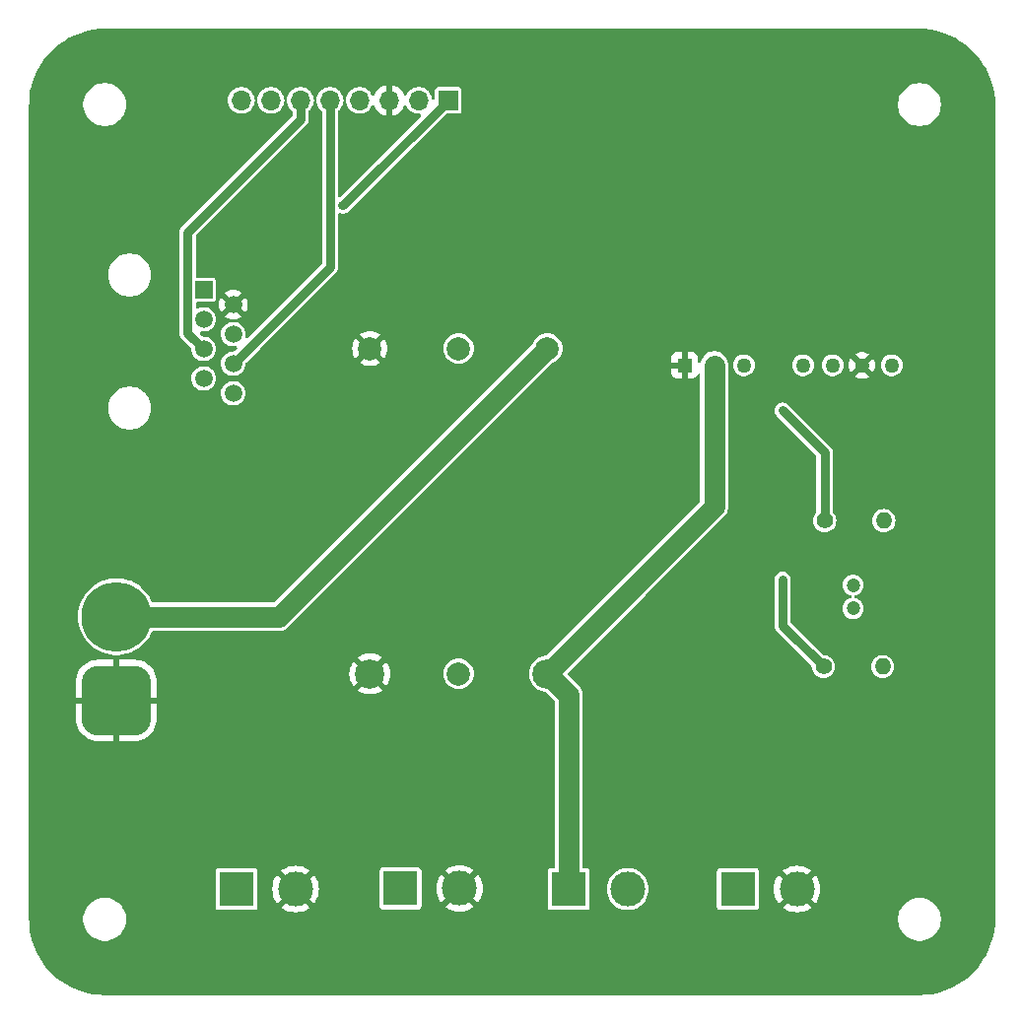
<source format=gbr>
%TF.GenerationSoftware,KiCad,Pcbnew,8.0.1*%
%TF.CreationDate,2024-07-22T16:36:45+02:00*%
%TF.ProjectId,Switch-_and_PowerDistribution-Board,53776974-6368-42d5-9f61-6e645f506f77,rev?*%
%TF.SameCoordinates,Original*%
%TF.FileFunction,Copper,L2,Bot*%
%TF.FilePolarity,Positive*%
%FSLAX46Y46*%
G04 Gerber Fmt 4.6, Leading zero omitted, Abs format (unit mm)*
G04 Created by KiCad (PCBNEW 8.0.1) date 2024-07-22 16:36:45*
%MOMM*%
%LPD*%
G01*
G04 APERTURE LIST*
G04 Aperture macros list*
%AMRoundRect*
0 Rectangle with rounded corners*
0 $1 Rounding radius*
0 $2 $3 $4 $5 $6 $7 $8 $9 X,Y pos of 4 corners*
0 Add a 4 corners polygon primitive as box body*
4,1,4,$2,$3,$4,$5,$6,$7,$8,$9,$2,$3,0*
0 Add four circle primitives for the rounded corners*
1,1,$1+$1,$2,$3*
1,1,$1+$1,$4,$5*
1,1,$1+$1,$6,$7*
1,1,$1+$1,$8,$9*
0 Add four rect primitives between the rounded corners*
20,1,$1+$1,$2,$3,$4,$5,0*
20,1,$1+$1,$4,$5,$6,$7,0*
20,1,$1+$1,$6,$7,$8,$9,0*
20,1,$1+$1,$8,$9,$2,$3,0*%
G04 Aperture macros list end*
%TA.AperFunction,ComponentPad*%
%ADD10R,1.270000X1.270000*%
%TD*%
%TA.AperFunction,ComponentPad*%
%ADD11C,1.270000*%
%TD*%
%TA.AperFunction,ComponentPad*%
%ADD12R,3.000000X3.000000*%
%TD*%
%TA.AperFunction,ComponentPad*%
%ADD13C,3.000000*%
%TD*%
%TA.AperFunction,ComponentPad*%
%ADD14C,1.400000*%
%TD*%
%TA.AperFunction,ComponentPad*%
%ADD15O,1.400000X1.400000*%
%TD*%
%TA.AperFunction,ComponentPad*%
%ADD16R,1.700000X1.700000*%
%TD*%
%TA.AperFunction,ComponentPad*%
%ADD17O,1.700000X1.700000*%
%TD*%
%TA.AperFunction,ComponentPad*%
%ADD18C,2.006600*%
%TD*%
%TA.AperFunction,ComponentPad*%
%ADD19C,2.514600*%
%TD*%
%TA.AperFunction,ComponentPad*%
%ADD20C,1.200000*%
%TD*%
%TA.AperFunction,ComponentPad*%
%ADD21R,1.500000X1.500000*%
%TD*%
%TA.AperFunction,ComponentPad*%
%ADD22C,1.500000*%
%TD*%
%TA.AperFunction,ComponentPad*%
%ADD23RoundRect,1.500000X1.500000X-1.500000X1.500000X1.500000X-1.500000X1.500000X-1.500000X-1.500000X0*%
%TD*%
%TA.AperFunction,ComponentPad*%
%ADD24C,6.000000*%
%TD*%
%TA.AperFunction,ViaPad*%
%ADD25C,0.600000*%
%TD*%
%TA.AperFunction,Conductor*%
%ADD26C,0.800000*%
%TD*%
%TA.AperFunction,Conductor*%
%ADD27C,1.800000*%
%TD*%
G04 APERTURE END LIST*
D10*
%TO.P,U2,1,-VIN*%
%TO.N,GND*%
X109820000Y-82400000D03*
D11*
%TO.P,U2,2,+VIN*%
%TO.N,+12V*%
X112360000Y-82400000D03*
%TO.P,U2,3,RC*%
%TO.N,unconnected-(U2-RC-Pad3)*%
X114900000Y-82400000D03*
%TO.P,U2,5,NC*%
%TO.N,unconnected-(U2-NC-Pad5)*%
X119980000Y-82400000D03*
%TO.P,U2,6,+VOUT*%
%TO.N,+5V*%
X122520000Y-82400000D03*
%TO.P,U2,7,-VOUT*%
%TO.N,GND*%
X125060000Y-82400000D03*
%TO.P,U2,8,NC*%
%TO.N,unconnected-(U2-NC-Pad8)*%
X127600000Y-82400000D03*
%TD*%
D12*
%TO.P,J2,1,Pin_1*%
%TO.N,Net-(J2-Pin_1)*%
X71320000Y-127400000D03*
D13*
%TO.P,J2,2,Pin_2*%
%TO.N,GND*%
X76400000Y-127400000D03*
%TD*%
D14*
%TO.P,R2,1*%
%TO.N,Hupe*%
X121851700Y-95759200D03*
D15*
%TO.P,R2,2*%
%TO.N,Net-(MOSFET2-Pad3)*%
X126931700Y-95759200D03*
%TD*%
D16*
%TO.P,J3,1,1*%
%TO.N,+5V*%
X89512500Y-59635800D03*
D17*
%TO.P,J3,2,2*%
%TO.N,unconnected-(J3-Pad2)*%
X86972500Y-59635800D03*
%TO.P,J3,3,3*%
%TO.N,GND*%
X84432500Y-59635800D03*
%TO.P,J3,4,4*%
%TO.N,Net-(J1-ADC1)*%
X81892500Y-59635800D03*
%TO.P,J3,5,Pin_4*%
%TO.N,Net-(J1-TX|SDA)*%
X79352500Y-59635800D03*
%TO.P,J3,6,Pin_3*%
%TO.N,Net-(J1-RX|SDA)*%
X76812500Y-59635800D03*
%TO.P,J3,7,Pin_2*%
%TO.N,Net-(J1-ADC2)*%
X74272500Y-59635800D03*
%TO.P,J3,8,Pin_1*%
%TO.N,unconnected-(J3-Pin_1-Pad8)*%
X71732500Y-59635800D03*
%TD*%
D18*
%TO.P,U1,1,+IN*%
%TO.N,Akku_V*%
X98020000Y-80963400D03*
%TO.P,U1,2,RC*%
%TO.N,unconnected-(U1-RC-Pad2)*%
X90400000Y-80963400D03*
%TO.P,U1,3,-IN*%
%TO.N,GND*%
X82780000Y-80963400D03*
D19*
%TO.P,U1,4,-OUT*%
X82780000Y-108903400D03*
D18*
%TO.P,U1,6,VADJ*%
%TO.N,unconnected-(U1-VADJ-Pad6)*%
X90400000Y-108903400D03*
D19*
%TO.P,U1,8,+OUT*%
%TO.N,+12V*%
X98020000Y-108903400D03*
%TD*%
D12*
%TO.P,J6,1,Pin_1*%
%TO.N,+12V*%
X114400000Y-127400000D03*
D13*
%TO.P,J6,2,Pin_2*%
%TO.N,GND*%
X119480000Y-127400000D03*
%TD*%
D20*
%TO.P,C1,1*%
%TO.N,Net-(U3-VBOOST)*%
X124284200Y-101295000D03*
%TO.P,C1,2*%
%TO.N,Net-(U3-GATE)*%
X124284200Y-103295000D03*
%TD*%
D21*
%TO.P,J1,1,+5V*%
%TO.N,+5V*%
X68500000Y-75917500D03*
D22*
%TO.P,J1,2,GND*%
%TO.N,GND*%
X71040000Y-77187500D03*
%TO.P,J1,3,ADC2*%
%TO.N,Net-(J1-ADC2)*%
X68500000Y-78457500D03*
%TO.P,J1,4,ADC1*%
%TO.N,Net-(J1-ADC1)*%
X71040000Y-79727500D03*
%TO.P,J1,5,RX|SDA*%
%TO.N,Net-(J1-RX|SDA)*%
X68500000Y-80997500D03*
%TO.P,J1,6,TX|SDA*%
%TO.N,Net-(J1-TX|SDA)*%
X71040000Y-82267500D03*
%TO.P,J1,7,Bremse*%
%TO.N,Bremse*%
X68500000Y-83537500D03*
%TO.P,J1,8,Hupe*%
%TO.N,Hupe*%
X71040000Y-84807500D03*
%TD*%
D23*
%TO.P,J7,1,Pin_1*%
%TO.N,GND*%
X61000000Y-111200000D03*
D24*
%TO.P,J7,2,Pin_2*%
%TO.N,Akku_V*%
X61000000Y-104000000D03*
%TD*%
D14*
%TO.P,R1,1*%
%TO.N,Net-(U3-SENSE+)*%
X121744200Y-108295000D03*
D15*
%TO.P,R1,2*%
%TO.N,Net-(J2-Pin_1)*%
X126824200Y-108295000D03*
%TD*%
D12*
%TO.P,J5,1,Pin_1*%
%TO.N,+12V*%
X85400000Y-127350000D03*
D13*
%TO.P,J5,2,Pin_2*%
%TO.N,GND*%
X90480000Y-127350000D03*
%TD*%
D12*
%TO.P,J4,1,Pin_1*%
%TO.N,+12V*%
X99860000Y-127400000D03*
D13*
%TO.P,J4,2,Pin_2*%
%TO.N,Net-(J4-Pin_2)*%
X104940000Y-127400000D03*
%TD*%
D25*
%TO.N,+5V*%
X80421200Y-68666500D03*
%TO.N,Hupe*%
X118228800Y-86288700D03*
%TO.N,GND*%
X112200000Y-114600000D03*
%TO.N,Net-(U3-SENSE+)*%
X118228800Y-100806200D03*
%TD*%
D26*
%TO.N,+5V*%
X80421200Y-68666500D02*
X80481800Y-68666500D01*
X80481800Y-68666500D02*
X89512500Y-59635800D01*
%TO.N,Hupe*%
X121851700Y-89911600D02*
X121851700Y-95759200D01*
X118228800Y-86288700D02*
X121851700Y-89911600D01*
D27*
%TO.N,+12V*%
X112360000Y-94563400D02*
X112360000Y-82400000D01*
X98020000Y-108903400D02*
X112360000Y-94563400D01*
X99860000Y-110743400D02*
X99860000Y-127400000D01*
X98020000Y-108903400D02*
X99860000Y-110743400D01*
D26*
%TO.N,Net-(U3-SENSE+)*%
X118228800Y-104779600D02*
X118228800Y-100806200D01*
X121744200Y-108295000D02*
X118228800Y-104779600D01*
D27*
%TO.N,Akku_V*%
X74983400Y-104000000D02*
X98020000Y-80963400D01*
X61000000Y-104000000D02*
X74983400Y-104000000D01*
D26*
%TO.N,Net-(J1-TX|SDA)*%
X79352500Y-73955000D02*
X79352500Y-59635800D01*
X71040000Y-82267500D02*
X79352500Y-73955000D01*
%TO.N,Net-(J1-RX|SDA)*%
X67123800Y-70974500D02*
X76812500Y-61285800D01*
X68500000Y-80997500D02*
X67123800Y-79621300D01*
X67123800Y-79621300D02*
X67123800Y-70974500D01*
X76812500Y-59635800D02*
X76812500Y-61285800D01*
%TD*%
%TA.AperFunction,Conductor*%
%TO.N,GND*%
G36*
X130002324Y-53500587D02*
G01*
X130042259Y-53502081D01*
X130481082Y-53518500D01*
X130490306Y-53519192D01*
X130964101Y-53572575D01*
X130973247Y-53573954D01*
X131335901Y-53642572D01*
X131441708Y-53662592D01*
X131450749Y-53664655D01*
X131624139Y-53711114D01*
X131911287Y-53788056D01*
X131920133Y-53790784D01*
X132370158Y-53948255D01*
X132378778Y-53951637D01*
X132622667Y-54058045D01*
X132815784Y-54142302D01*
X132824138Y-54146326D01*
X133245640Y-54369096D01*
X133253671Y-54373732D01*
X133657371Y-54627393D01*
X133665033Y-54632617D01*
X134048641Y-54915732D01*
X134055883Y-54921508D01*
X134417275Y-55232511D01*
X134424072Y-55238818D01*
X134761181Y-55575927D01*
X134767488Y-55582724D01*
X135078491Y-55944116D01*
X135084273Y-55951366D01*
X135367382Y-56334966D01*
X135372606Y-56342628D01*
X135626267Y-56746328D01*
X135630903Y-56754359D01*
X135853673Y-57175861D01*
X135857697Y-57184215D01*
X136048359Y-57621215D01*
X136051747Y-57629848D01*
X136209212Y-58079859D01*
X136211945Y-58088719D01*
X136335344Y-58549250D01*
X136337407Y-58558291D01*
X136426043Y-59026741D01*
X136427425Y-59035910D01*
X136480806Y-59509681D01*
X136481499Y-59518928D01*
X136499413Y-59997674D01*
X136499500Y-60002311D01*
X136499500Y-129997688D01*
X136499413Y-130002325D01*
X136481499Y-130481071D01*
X136480806Y-130490318D01*
X136427425Y-130964089D01*
X136426043Y-130973258D01*
X136337407Y-131441708D01*
X136335344Y-131450749D01*
X136211945Y-131911280D01*
X136209212Y-131920140D01*
X136051747Y-132370151D01*
X136048359Y-132378784D01*
X135857697Y-132815784D01*
X135853673Y-132824138D01*
X135630903Y-133245640D01*
X135626267Y-133253671D01*
X135372606Y-133657371D01*
X135367382Y-133665033D01*
X135084273Y-134048633D01*
X135078491Y-134055883D01*
X134767488Y-134417275D01*
X134761181Y-134424072D01*
X134424072Y-134761181D01*
X134417275Y-134767488D01*
X134055883Y-135078491D01*
X134048633Y-135084273D01*
X133665033Y-135367382D01*
X133657371Y-135372606D01*
X133253671Y-135626267D01*
X133245640Y-135630903D01*
X132824138Y-135853673D01*
X132815784Y-135857697D01*
X132378784Y-136048359D01*
X132370151Y-136051747D01*
X131920140Y-136209212D01*
X131911280Y-136211945D01*
X131450749Y-136335344D01*
X131441708Y-136337407D01*
X130973258Y-136426043D01*
X130964089Y-136427425D01*
X130490318Y-136480806D01*
X130481071Y-136481499D01*
X130002325Y-136499413D01*
X129997688Y-136499500D01*
X60002312Y-136499500D01*
X59997675Y-136499413D01*
X59518928Y-136481499D01*
X59509681Y-136480806D01*
X59035910Y-136427425D01*
X59026741Y-136426043D01*
X58558291Y-136337407D01*
X58549250Y-136335344D01*
X58088719Y-136211945D01*
X58079859Y-136209212D01*
X57629848Y-136051747D01*
X57621215Y-136048359D01*
X57184215Y-135857697D01*
X57175861Y-135853673D01*
X56754359Y-135630903D01*
X56746328Y-135626267D01*
X56342628Y-135372606D01*
X56334966Y-135367382D01*
X55951366Y-135084273D01*
X55944116Y-135078491D01*
X55582724Y-134767488D01*
X55575927Y-134761181D01*
X55238818Y-134424072D01*
X55232511Y-134417275D01*
X54921508Y-134055883D01*
X54915726Y-134048633D01*
X54632617Y-133665033D01*
X54627393Y-133657371D01*
X54373732Y-133253671D01*
X54369096Y-133245640D01*
X54146326Y-132824138D01*
X54142302Y-132815784D01*
X53951640Y-132378784D01*
X53948252Y-132370151D01*
X53790787Y-131920140D01*
X53788054Y-131911280D01*
X53752043Y-131776887D01*
X53711114Y-131624139D01*
X53664655Y-131450749D01*
X53662592Y-131441708D01*
X53642572Y-131335901D01*
X53573954Y-130973247D01*
X53572574Y-130964089D01*
X53556363Y-130820214D01*
X53519192Y-130490306D01*
X53518500Y-130481070D01*
X53505038Y-130121288D01*
X58149500Y-130121288D01*
X58181161Y-130361785D01*
X58243947Y-130596104D01*
X58314934Y-130767480D01*
X58336776Y-130820212D01*
X58458064Y-131030289D01*
X58458066Y-131030292D01*
X58458067Y-131030293D01*
X58605733Y-131222736D01*
X58605739Y-131222743D01*
X58777256Y-131394260D01*
X58777263Y-131394266D01*
X58890321Y-131481018D01*
X58969711Y-131541936D01*
X59179788Y-131663224D01*
X59403900Y-131756054D01*
X59638211Y-131818838D01*
X59818586Y-131842584D01*
X59878711Y-131850500D01*
X59878712Y-131850500D01*
X60121289Y-131850500D01*
X60169388Y-131844167D01*
X60361789Y-131818838D01*
X60596100Y-131756054D01*
X60820212Y-131663224D01*
X61030289Y-131541936D01*
X61222738Y-131394265D01*
X61394265Y-131222738D01*
X61541936Y-131030289D01*
X61663224Y-130820212D01*
X61756054Y-130596100D01*
X61818838Y-130361789D01*
X61850500Y-130121288D01*
X128149500Y-130121288D01*
X128181161Y-130361785D01*
X128243947Y-130596104D01*
X128314934Y-130767480D01*
X128336776Y-130820212D01*
X128458064Y-131030289D01*
X128458066Y-131030292D01*
X128458067Y-131030293D01*
X128605733Y-131222736D01*
X128605739Y-131222743D01*
X128777256Y-131394260D01*
X128777263Y-131394266D01*
X128890321Y-131481018D01*
X128969711Y-131541936D01*
X129179788Y-131663224D01*
X129403900Y-131756054D01*
X129638211Y-131818838D01*
X129818586Y-131842584D01*
X129878711Y-131850500D01*
X129878712Y-131850500D01*
X130121289Y-131850500D01*
X130169388Y-131844167D01*
X130361789Y-131818838D01*
X130596100Y-131756054D01*
X130820212Y-131663224D01*
X131030289Y-131541936D01*
X131222738Y-131394265D01*
X131394265Y-131222738D01*
X131541936Y-131030289D01*
X131663224Y-130820212D01*
X131756054Y-130596100D01*
X131818838Y-130361789D01*
X131850500Y-130121288D01*
X131850500Y-129878712D01*
X131818838Y-129638211D01*
X131756054Y-129403900D01*
X131663224Y-129179788D01*
X131541936Y-128969711D01*
X131394265Y-128777262D01*
X131394260Y-128777256D01*
X131222743Y-128605739D01*
X131222736Y-128605733D01*
X131030293Y-128458067D01*
X131030292Y-128458066D01*
X131030289Y-128458064D01*
X130820212Y-128336776D01*
X130820205Y-128336773D01*
X130596104Y-128243947D01*
X130370126Y-128183396D01*
X130361789Y-128181162D01*
X130361788Y-128181161D01*
X130361785Y-128181161D01*
X130121289Y-128149500D01*
X130121288Y-128149500D01*
X129878712Y-128149500D01*
X129878711Y-128149500D01*
X129638214Y-128181161D01*
X129403895Y-128243947D01*
X129179794Y-128336773D01*
X129179785Y-128336777D01*
X128969706Y-128458067D01*
X128777263Y-128605733D01*
X128777256Y-128605739D01*
X128605739Y-128777256D01*
X128605733Y-128777263D01*
X128458067Y-128969706D01*
X128336777Y-129179785D01*
X128336773Y-129179794D01*
X128243947Y-129403895D01*
X128181161Y-129638214D01*
X128149500Y-129878711D01*
X128149500Y-130121288D01*
X61850500Y-130121288D01*
X61850500Y-129878712D01*
X61818838Y-129638211D01*
X61756054Y-129403900D01*
X61663224Y-129179788D01*
X61541936Y-128969711D01*
X61522864Y-128944856D01*
X69519500Y-128944856D01*
X69519502Y-128944882D01*
X69522413Y-128969987D01*
X69522415Y-128969991D01*
X69567793Y-129072764D01*
X69567794Y-129072765D01*
X69647235Y-129152206D01*
X69750009Y-129197585D01*
X69775135Y-129200500D01*
X72864864Y-129200499D01*
X72864879Y-129200497D01*
X72864882Y-129200497D01*
X72889987Y-129197586D01*
X72889988Y-129197585D01*
X72889991Y-129197585D01*
X72992765Y-129152206D01*
X73072206Y-129072765D01*
X73117585Y-128969991D01*
X73120500Y-128944865D01*
X73120500Y-127400001D01*
X74394891Y-127400001D01*
X74415300Y-127685362D01*
X74476109Y-127964895D01*
X74576091Y-128232958D01*
X74713191Y-128484038D01*
X74713196Y-128484046D01*
X74819882Y-128626561D01*
X74819883Y-128626562D01*
X75714767Y-127731677D01*
X75726497Y-127759995D01*
X75809670Y-127884472D01*
X75915528Y-127990330D01*
X76040005Y-128073503D01*
X76068320Y-128085231D01*
X75173436Y-128980115D01*
X75315960Y-129086807D01*
X75315961Y-129086808D01*
X75567042Y-129223908D01*
X75567041Y-129223908D01*
X75835104Y-129323890D01*
X76114637Y-129384699D01*
X76399999Y-129405109D01*
X76400001Y-129405109D01*
X76685362Y-129384699D01*
X76964895Y-129323890D01*
X77232958Y-129223908D01*
X77484047Y-129086803D01*
X77626561Y-128980116D01*
X77626562Y-128980115D01*
X77541303Y-128894856D01*
X83599500Y-128894856D01*
X83599502Y-128894882D01*
X83602413Y-128919987D01*
X83602415Y-128919991D01*
X83647793Y-129022764D01*
X83647794Y-129022765D01*
X83727235Y-129102206D01*
X83830009Y-129147585D01*
X83855135Y-129150500D01*
X86944864Y-129150499D01*
X86944879Y-129150497D01*
X86944882Y-129150497D01*
X86969987Y-129147586D01*
X86969988Y-129147585D01*
X86969991Y-129147585D01*
X87072765Y-129102206D01*
X87152206Y-129022765D01*
X87197585Y-128919991D01*
X87200500Y-128894865D01*
X87200500Y-127350001D01*
X88474891Y-127350001D01*
X88495300Y-127635362D01*
X88556109Y-127914895D01*
X88656091Y-128182958D01*
X88793191Y-128434038D01*
X88793196Y-128434046D01*
X88899882Y-128576561D01*
X88899883Y-128576562D01*
X89794767Y-127681677D01*
X89806497Y-127709995D01*
X89889670Y-127834472D01*
X89995528Y-127940330D01*
X90120005Y-128023503D01*
X90148320Y-128035231D01*
X89253436Y-128930115D01*
X89395960Y-129036807D01*
X89395961Y-129036808D01*
X89647042Y-129173908D01*
X89647041Y-129173908D01*
X89915104Y-129273890D01*
X90194637Y-129334699D01*
X90479999Y-129355109D01*
X90480001Y-129355109D01*
X90765362Y-129334699D01*
X91044895Y-129273890D01*
X91312958Y-129173908D01*
X91564047Y-129036803D01*
X91706561Y-128930116D01*
X91706562Y-128930115D01*
X90811679Y-128035231D01*
X90839995Y-128023503D01*
X90964472Y-127940330D01*
X91070330Y-127834472D01*
X91153503Y-127709995D01*
X91165231Y-127681678D01*
X92060115Y-128576562D01*
X92060116Y-128576561D01*
X92166803Y-128434047D01*
X92303908Y-128182958D01*
X92403890Y-127914895D01*
X92464699Y-127635362D01*
X92485109Y-127350001D01*
X92485109Y-127349998D01*
X92464699Y-127064637D01*
X92403890Y-126785104D01*
X92303908Y-126517041D01*
X92166808Y-126265961D01*
X92166807Y-126265960D01*
X92060115Y-126123436D01*
X91165231Y-127018320D01*
X91153503Y-126990005D01*
X91070330Y-126865528D01*
X90964472Y-126759670D01*
X90839995Y-126676497D01*
X90811678Y-126664767D01*
X91706562Y-125769883D01*
X91706561Y-125769882D01*
X91564046Y-125663196D01*
X91564038Y-125663191D01*
X91312957Y-125526091D01*
X91312958Y-125526091D01*
X91044895Y-125426109D01*
X90765362Y-125365300D01*
X90480001Y-125344891D01*
X90479999Y-125344891D01*
X90194637Y-125365300D01*
X89915104Y-125426109D01*
X89647041Y-125526091D01*
X89395961Y-125663191D01*
X89395953Y-125663196D01*
X89253437Y-125769882D01*
X89253436Y-125769883D01*
X90148321Y-126664767D01*
X90120005Y-126676497D01*
X89995528Y-126759670D01*
X89889670Y-126865528D01*
X89806497Y-126990005D01*
X89794768Y-127018321D01*
X88899883Y-126123436D01*
X88899882Y-126123437D01*
X88793196Y-126265953D01*
X88793191Y-126265961D01*
X88656091Y-126517041D01*
X88556109Y-126785104D01*
X88495300Y-127064637D01*
X88474891Y-127349998D01*
X88474891Y-127350001D01*
X87200500Y-127350001D01*
X87200499Y-125805136D01*
X87200497Y-125805117D01*
X87197586Y-125780012D01*
X87197585Y-125780010D01*
X87197585Y-125780009D01*
X87152206Y-125677235D01*
X87072765Y-125597794D01*
X87072763Y-125597793D01*
X86969992Y-125552415D01*
X86944865Y-125549500D01*
X83855143Y-125549500D01*
X83855117Y-125549502D01*
X83830012Y-125552413D01*
X83830008Y-125552415D01*
X83727235Y-125597793D01*
X83647794Y-125677234D01*
X83602415Y-125780006D01*
X83602415Y-125780008D01*
X83599500Y-125805131D01*
X83599500Y-128894856D01*
X77541303Y-128894856D01*
X76731679Y-128085231D01*
X76759995Y-128073503D01*
X76884472Y-127990330D01*
X76990330Y-127884472D01*
X77073503Y-127759995D01*
X77085231Y-127731678D01*
X77980115Y-128626562D01*
X77980116Y-128626561D01*
X78086803Y-128484047D01*
X78223908Y-128232958D01*
X78323890Y-127964895D01*
X78384699Y-127685362D01*
X78405109Y-127400001D01*
X78405109Y-127399998D01*
X78384699Y-127114637D01*
X78323890Y-126835104D01*
X78223908Y-126567041D01*
X78086808Y-126315961D01*
X78086807Y-126315960D01*
X77980115Y-126173436D01*
X77085231Y-127068320D01*
X77073503Y-127040005D01*
X76990330Y-126915528D01*
X76884472Y-126809670D01*
X76759995Y-126726497D01*
X76731678Y-126714767D01*
X77626562Y-125819883D01*
X77626561Y-125819882D01*
X77484046Y-125713196D01*
X77484038Y-125713191D01*
X77232957Y-125576091D01*
X77232958Y-125576091D01*
X76964895Y-125476109D01*
X76685362Y-125415300D01*
X76400001Y-125394891D01*
X76399999Y-125394891D01*
X76114637Y-125415300D01*
X75835104Y-125476109D01*
X75567041Y-125576091D01*
X75315961Y-125713191D01*
X75315953Y-125713196D01*
X75173437Y-125819882D01*
X75173436Y-125819883D01*
X76068321Y-126714767D01*
X76040005Y-126726497D01*
X75915528Y-126809670D01*
X75809670Y-126915528D01*
X75726497Y-127040005D01*
X75714768Y-127068321D01*
X74819883Y-126173436D01*
X74819882Y-126173437D01*
X74713196Y-126315953D01*
X74713191Y-126315961D01*
X74576091Y-126567041D01*
X74476109Y-126835104D01*
X74415300Y-127114637D01*
X74394891Y-127399998D01*
X74394891Y-127400001D01*
X73120500Y-127400001D01*
X73120499Y-125855136D01*
X73120497Y-125855117D01*
X73117586Y-125830012D01*
X73117585Y-125830010D01*
X73117585Y-125830009D01*
X73072206Y-125727235D01*
X72992765Y-125647794D01*
X72974475Y-125639718D01*
X72889992Y-125602415D01*
X72864865Y-125599500D01*
X69775143Y-125599500D01*
X69775117Y-125599502D01*
X69750012Y-125602413D01*
X69750008Y-125602415D01*
X69647235Y-125647793D01*
X69567794Y-125727234D01*
X69522415Y-125830006D01*
X69522415Y-125830008D01*
X69519500Y-125855131D01*
X69519500Y-128944856D01*
X61522864Y-128944856D01*
X61394265Y-128777262D01*
X61394260Y-128777256D01*
X61222743Y-128605739D01*
X61222736Y-128605733D01*
X61030293Y-128458067D01*
X61030292Y-128458066D01*
X61030289Y-128458064D01*
X60820212Y-128336776D01*
X60820205Y-128336773D01*
X60596104Y-128243947D01*
X60370126Y-128183396D01*
X60361789Y-128181162D01*
X60361788Y-128181161D01*
X60361785Y-128181161D01*
X60121289Y-128149500D01*
X60121288Y-128149500D01*
X59878712Y-128149500D01*
X59878711Y-128149500D01*
X59638214Y-128181161D01*
X59403895Y-128243947D01*
X59179794Y-128336773D01*
X59179785Y-128336777D01*
X58969706Y-128458067D01*
X58777263Y-128605733D01*
X58777256Y-128605739D01*
X58605739Y-128777256D01*
X58605733Y-128777263D01*
X58458067Y-128969706D01*
X58336777Y-129179785D01*
X58336773Y-129179794D01*
X58243947Y-129403895D01*
X58181161Y-129638214D01*
X58149500Y-129878711D01*
X58149500Y-130121288D01*
X53505038Y-130121288D01*
X53500587Y-130002324D01*
X53500500Y-129997688D01*
X53500500Y-112771436D01*
X57500000Y-112771436D01*
X57515300Y-112985362D01*
X57576109Y-113264895D01*
X57676091Y-113532958D01*
X57813191Y-113784038D01*
X57813192Y-113784039D01*
X57984639Y-114013065D01*
X57984649Y-114013077D01*
X58186922Y-114215350D01*
X58186934Y-114215360D01*
X58415960Y-114386807D01*
X58415961Y-114386808D01*
X58667042Y-114523908D01*
X58667041Y-114523908D01*
X58935104Y-114623890D01*
X59214637Y-114684699D01*
X59428563Y-114699999D01*
X59428566Y-114700000D01*
X60750000Y-114700000D01*
X60750000Y-113436502D01*
X60852527Y-113450000D01*
X61147473Y-113450000D01*
X61250000Y-113436502D01*
X61250000Y-114700000D01*
X62571434Y-114700000D01*
X62571436Y-114699999D01*
X62785362Y-114684699D01*
X63064895Y-114623890D01*
X63332958Y-114523908D01*
X63584038Y-114386808D01*
X63584039Y-114386807D01*
X63813065Y-114215360D01*
X63813077Y-114215350D01*
X64015350Y-114013077D01*
X64015360Y-114013065D01*
X64186807Y-113784039D01*
X64186808Y-113784038D01*
X64323908Y-113532958D01*
X64423890Y-113264895D01*
X64484699Y-112985362D01*
X64499999Y-112771436D01*
X64500000Y-112771434D01*
X64500000Y-111450000D01*
X63236502Y-111450000D01*
X63250000Y-111347473D01*
X63250000Y-111052527D01*
X63236502Y-110950000D01*
X64500000Y-110950000D01*
X64500000Y-109628566D01*
X64499999Y-109628563D01*
X64484699Y-109414637D01*
X64423890Y-109135104D01*
X64337470Y-108903403D01*
X81017772Y-108903403D01*
X81037454Y-109166045D01*
X81037454Y-109166046D01*
X81096062Y-109422828D01*
X81192287Y-109668002D01*
X81192286Y-109668002D01*
X81323978Y-109896097D01*
X81372679Y-109957166D01*
X81915046Y-109414799D01*
X82000686Y-109542967D01*
X82140433Y-109682714D01*
X82268599Y-109768352D01*
X81725577Y-110311373D01*
X81898890Y-110429536D01*
X82136185Y-110543811D01*
X82387865Y-110621444D01*
X82387871Y-110621446D01*
X82648301Y-110660699D01*
X82648310Y-110660700D01*
X82911690Y-110660700D01*
X82911698Y-110660699D01*
X83172128Y-110621446D01*
X83172134Y-110621444D01*
X83423814Y-110543811D01*
X83661117Y-110429532D01*
X83834421Y-110311373D01*
X83291399Y-109768352D01*
X83419567Y-109682714D01*
X83559314Y-109542967D01*
X83644952Y-109414799D01*
X84187320Y-109957167D01*
X84236020Y-109896097D01*
X84367712Y-109668002D01*
X84463937Y-109422828D01*
X84522545Y-109166046D01*
X84522545Y-109166045D01*
X84542228Y-108903403D01*
X84542228Y-108903401D01*
X89091220Y-108903401D01*
X89111102Y-109130661D01*
X89111104Y-109130672D01*
X89170146Y-109351021D01*
X89170148Y-109351025D01*
X89170149Y-109351029D01*
X89241821Y-109504731D01*
X89266562Y-109557788D01*
X89266563Y-109557790D01*
X89397417Y-109744670D01*
X89558729Y-109905982D01*
X89605688Y-109938863D01*
X89745610Y-110036837D01*
X89952371Y-110133251D01*
X90172733Y-110192297D01*
X90335066Y-110206499D01*
X90399998Y-110212180D01*
X90400000Y-110212180D01*
X90400002Y-110212180D01*
X90456816Y-110207209D01*
X90627267Y-110192297D01*
X90847629Y-110133251D01*
X91054390Y-110036837D01*
X91241268Y-109905984D01*
X91402584Y-109744668D01*
X91533437Y-109557790D01*
X91629851Y-109351029D01*
X91688897Y-109130667D01*
X91708780Y-108903400D01*
X96457383Y-108903400D01*
X96476620Y-109147841D01*
X96476620Y-109147844D01*
X96476621Y-109147847D01*
X96508594Y-109281024D01*
X96533864Y-109386279D01*
X96627695Y-109612809D01*
X96627697Y-109612812D01*
X96755812Y-109821878D01*
X96755813Y-109821880D01*
X96755816Y-109821883D01*
X96915063Y-110008337D01*
X97039014Y-110114201D01*
X97101519Y-110167586D01*
X97101521Y-110167587D01*
X97310587Y-110295702D01*
X97310590Y-110295704D01*
X97537120Y-110389535D01*
X97537125Y-110389537D01*
X97775553Y-110446779D01*
X97827703Y-110450883D01*
X97892991Y-110475766D01*
X97905656Y-110486820D01*
X98623181Y-111204345D01*
X98656666Y-111265668D01*
X98659500Y-111292026D01*
X98659500Y-125475500D01*
X98639815Y-125542539D01*
X98587011Y-125588294D01*
X98535501Y-125599500D01*
X98315143Y-125599500D01*
X98315117Y-125599502D01*
X98290012Y-125602413D01*
X98290008Y-125602415D01*
X98187235Y-125647793D01*
X98107794Y-125727234D01*
X98062415Y-125830006D01*
X98062415Y-125830008D01*
X98059500Y-125855131D01*
X98059500Y-128944856D01*
X98059502Y-128944882D01*
X98062413Y-128969987D01*
X98062415Y-128969991D01*
X98107793Y-129072764D01*
X98107794Y-129072765D01*
X98187235Y-129152206D01*
X98290009Y-129197585D01*
X98315135Y-129200500D01*
X101404864Y-129200499D01*
X101404879Y-129200497D01*
X101404882Y-129200497D01*
X101429987Y-129197586D01*
X101429988Y-129197585D01*
X101429991Y-129197585D01*
X101532765Y-129152206D01*
X101612206Y-129072765D01*
X101657585Y-128969991D01*
X101660500Y-128944865D01*
X101660500Y-127400004D01*
X103134451Y-127400004D01*
X103154616Y-127669101D01*
X103210717Y-127914895D01*
X103214666Y-127932195D01*
X103313257Y-128183398D01*
X103448185Y-128417102D01*
X103575350Y-128576561D01*
X103616442Y-128628089D01*
X103777207Y-128777256D01*
X103814259Y-128811635D01*
X104037226Y-128963651D01*
X104280359Y-129080738D01*
X104538228Y-129160280D01*
X104538229Y-129160280D01*
X104538232Y-129160281D01*
X104805063Y-129200499D01*
X104805068Y-129200499D01*
X104805071Y-129200500D01*
X104805072Y-129200500D01*
X105074928Y-129200500D01*
X105074929Y-129200500D01*
X105074949Y-129200497D01*
X105341767Y-129160281D01*
X105341768Y-129160280D01*
X105341772Y-129160280D01*
X105599641Y-129080738D01*
X105842775Y-128963651D01*
X105870342Y-128944856D01*
X112599500Y-128944856D01*
X112599502Y-128944882D01*
X112602413Y-128969987D01*
X112602415Y-128969991D01*
X112647793Y-129072764D01*
X112647794Y-129072765D01*
X112727235Y-129152206D01*
X112830009Y-129197585D01*
X112855135Y-129200500D01*
X115944864Y-129200499D01*
X115944879Y-129200497D01*
X115944882Y-129200497D01*
X115969987Y-129197586D01*
X115969988Y-129197585D01*
X115969991Y-129197585D01*
X116072765Y-129152206D01*
X116152206Y-129072765D01*
X116197585Y-128969991D01*
X116200500Y-128944865D01*
X116200500Y-127400001D01*
X117474891Y-127400001D01*
X117495300Y-127685362D01*
X117556109Y-127964895D01*
X117656091Y-128232958D01*
X117793191Y-128484038D01*
X117793196Y-128484046D01*
X117899882Y-128626561D01*
X117899883Y-128626562D01*
X118794767Y-127731677D01*
X118806497Y-127759995D01*
X118889670Y-127884472D01*
X118995528Y-127990330D01*
X119120005Y-128073503D01*
X119148320Y-128085231D01*
X118253436Y-128980115D01*
X118395960Y-129086807D01*
X118395961Y-129086808D01*
X118647042Y-129223908D01*
X118647041Y-129223908D01*
X118915104Y-129323890D01*
X119194637Y-129384699D01*
X119479999Y-129405109D01*
X119480001Y-129405109D01*
X119765362Y-129384699D01*
X120044895Y-129323890D01*
X120312958Y-129223908D01*
X120564047Y-129086803D01*
X120706561Y-128980116D01*
X120706562Y-128980115D01*
X119811679Y-128085231D01*
X119839995Y-128073503D01*
X119964472Y-127990330D01*
X120070330Y-127884472D01*
X120153503Y-127759995D01*
X120165231Y-127731678D01*
X121060115Y-128626562D01*
X121060116Y-128626561D01*
X121166803Y-128484047D01*
X121303908Y-128232958D01*
X121403890Y-127964895D01*
X121464699Y-127685362D01*
X121485109Y-127400001D01*
X121485109Y-127399998D01*
X121464699Y-127114637D01*
X121403890Y-126835104D01*
X121303908Y-126567041D01*
X121166808Y-126315961D01*
X121166807Y-126315960D01*
X121060115Y-126173436D01*
X120165231Y-127068320D01*
X120153503Y-127040005D01*
X120070330Y-126915528D01*
X119964472Y-126809670D01*
X119839995Y-126726497D01*
X119811678Y-126714767D01*
X120706562Y-125819883D01*
X120706561Y-125819882D01*
X120564046Y-125713196D01*
X120564038Y-125713191D01*
X120312957Y-125576091D01*
X120312958Y-125576091D01*
X120044895Y-125476109D01*
X119765362Y-125415300D01*
X119480001Y-125394891D01*
X119479999Y-125394891D01*
X119194637Y-125415300D01*
X118915104Y-125476109D01*
X118647041Y-125576091D01*
X118395961Y-125713191D01*
X118395953Y-125713196D01*
X118253437Y-125819882D01*
X118253436Y-125819883D01*
X119148321Y-126714767D01*
X119120005Y-126726497D01*
X118995528Y-126809670D01*
X118889670Y-126915528D01*
X118806497Y-127040005D01*
X118794768Y-127068321D01*
X117899883Y-126173436D01*
X117899882Y-126173437D01*
X117793196Y-126315953D01*
X117793191Y-126315961D01*
X117656091Y-126567041D01*
X117556109Y-126835104D01*
X117495300Y-127114637D01*
X117474891Y-127399998D01*
X117474891Y-127400001D01*
X116200500Y-127400001D01*
X116200499Y-125855136D01*
X116200497Y-125855117D01*
X116197586Y-125830012D01*
X116197585Y-125830010D01*
X116197585Y-125830009D01*
X116152206Y-125727235D01*
X116072765Y-125647794D01*
X116054475Y-125639718D01*
X115969992Y-125602415D01*
X115944865Y-125599500D01*
X112855143Y-125599500D01*
X112855117Y-125599502D01*
X112830012Y-125602413D01*
X112830008Y-125602415D01*
X112727235Y-125647793D01*
X112647794Y-125727234D01*
X112602415Y-125830006D01*
X112602415Y-125830008D01*
X112599500Y-125855131D01*
X112599500Y-128944856D01*
X105870342Y-128944856D01*
X106065741Y-128811635D01*
X106263561Y-128628085D01*
X106431815Y-128417102D01*
X106566743Y-128183398D01*
X106665334Y-127932195D01*
X106725383Y-127669103D01*
X106745549Y-127400000D01*
X106725383Y-127130897D01*
X106665334Y-126867805D01*
X106566743Y-126616602D01*
X106431815Y-126382898D01*
X106263561Y-126171915D01*
X106263560Y-126171914D01*
X106263557Y-126171910D01*
X106065741Y-125988365D01*
X105842775Y-125836349D01*
X105842769Y-125836346D01*
X105842768Y-125836345D01*
X105842767Y-125836344D01*
X105599643Y-125719263D01*
X105599645Y-125719263D01*
X105341773Y-125639720D01*
X105341767Y-125639718D01*
X105074936Y-125599500D01*
X105074929Y-125599500D01*
X104805071Y-125599500D01*
X104805063Y-125599500D01*
X104538232Y-125639718D01*
X104538226Y-125639720D01*
X104280358Y-125719262D01*
X104037230Y-125836346D01*
X103814258Y-125988365D01*
X103616442Y-126171910D01*
X103448185Y-126382898D01*
X103313258Y-126616599D01*
X103313256Y-126616603D01*
X103214666Y-126867804D01*
X103214664Y-126867811D01*
X103154616Y-127130898D01*
X103134451Y-127399995D01*
X103134451Y-127400004D01*
X101660500Y-127400004D01*
X101660499Y-125855136D01*
X101660497Y-125855117D01*
X101657586Y-125830012D01*
X101657585Y-125830010D01*
X101657585Y-125830009D01*
X101612206Y-125727235D01*
X101532765Y-125647794D01*
X101514475Y-125639718D01*
X101429992Y-125602415D01*
X101404868Y-125599500D01*
X101404865Y-125599500D01*
X101184500Y-125599500D01*
X101117461Y-125579815D01*
X101071706Y-125527011D01*
X101060500Y-125475500D01*
X101060500Y-110648913D01*
X101030940Y-110462281D01*
X100976815Y-110295704D01*
X100972547Y-110282568D01*
X100972545Y-110282565D01*
X100972545Y-110282563D01*
X100886759Y-110114200D01*
X100857799Y-110074340D01*
X100857799Y-110074339D01*
X100857797Y-110074338D01*
X100824955Y-110029134D01*
X100775693Y-109961329D01*
X99805445Y-108991081D01*
X99771960Y-108929758D01*
X99776944Y-108860066D01*
X99805445Y-108815719D01*
X103772568Y-104848596D01*
X117528299Y-104848596D01*
X117555218Y-104983922D01*
X117555221Y-104983932D01*
X117608022Y-105111407D01*
X117684687Y-105226145D01*
X117684688Y-105226146D01*
X120705881Y-108247337D01*
X120739366Y-108308660D01*
X120741603Y-108322864D01*
X120758175Y-108491129D01*
X120815388Y-108679733D01*
X120908286Y-108853532D01*
X120908290Y-108853539D01*
X121033316Y-109005883D01*
X121185660Y-109130909D01*
X121185667Y-109130913D01*
X121359466Y-109223811D01*
X121359469Y-109223811D01*
X121359473Y-109223814D01*
X121548068Y-109281024D01*
X121744200Y-109300341D01*
X121940332Y-109281024D01*
X122128927Y-109223814D01*
X122302738Y-109130910D01*
X122455083Y-109005883D01*
X122580110Y-108853538D01*
X122673014Y-108679727D01*
X122730224Y-108491132D01*
X122749541Y-108295000D01*
X125818859Y-108295000D01*
X125838175Y-108491129D01*
X125895388Y-108679733D01*
X125988286Y-108853532D01*
X125988290Y-108853539D01*
X126113316Y-109005883D01*
X126265660Y-109130909D01*
X126265667Y-109130913D01*
X126439466Y-109223811D01*
X126439469Y-109223811D01*
X126439473Y-109223814D01*
X126628068Y-109281024D01*
X126824200Y-109300341D01*
X127020332Y-109281024D01*
X127208927Y-109223814D01*
X127382738Y-109130910D01*
X127535083Y-109005883D01*
X127660110Y-108853538D01*
X127753014Y-108679727D01*
X127810224Y-108491132D01*
X127829541Y-108295000D01*
X127810224Y-108098868D01*
X127753014Y-107910273D01*
X127753011Y-107910269D01*
X127753011Y-107910266D01*
X127660113Y-107736467D01*
X127660109Y-107736460D01*
X127535083Y-107584116D01*
X127382739Y-107459090D01*
X127382732Y-107459086D01*
X127208933Y-107366188D01*
X127208927Y-107366186D01*
X127020332Y-107308976D01*
X127020329Y-107308975D01*
X126824200Y-107289659D01*
X126628070Y-107308975D01*
X126439466Y-107366188D01*
X126265667Y-107459086D01*
X126265660Y-107459090D01*
X126113316Y-107584116D01*
X125988290Y-107736460D01*
X125988286Y-107736467D01*
X125895388Y-107910266D01*
X125838175Y-108098870D01*
X125818859Y-108295000D01*
X122749541Y-108295000D01*
X122730224Y-108098868D01*
X122673014Y-107910273D01*
X122673011Y-107910269D01*
X122673011Y-107910266D01*
X122580113Y-107736467D01*
X122580109Y-107736460D01*
X122455083Y-107584116D01*
X122302739Y-107459090D01*
X122302732Y-107459086D01*
X122128933Y-107366188D01*
X122128927Y-107366186D01*
X121940332Y-107308976D01*
X121940329Y-107308975D01*
X121772064Y-107292403D01*
X121707277Y-107266242D01*
X121696537Y-107256681D01*
X118965619Y-104525762D01*
X118932134Y-104464439D01*
X118929300Y-104438081D01*
X118929300Y-103295000D01*
X123378740Y-103295000D01*
X123398526Y-103483256D01*
X123398527Y-103483259D01*
X123457018Y-103663277D01*
X123457021Y-103663284D01*
X123551667Y-103827216D01*
X123678329Y-103967888D01*
X123831465Y-104079148D01*
X123831470Y-104079151D01*
X124004392Y-104156142D01*
X124004397Y-104156144D01*
X124189554Y-104195500D01*
X124189555Y-104195500D01*
X124378844Y-104195500D01*
X124378846Y-104195500D01*
X124564003Y-104156144D01*
X124736930Y-104079151D01*
X124890071Y-103967888D01*
X125016733Y-103827216D01*
X125111379Y-103663284D01*
X125169874Y-103483256D01*
X125189660Y-103295000D01*
X125169874Y-103106744D01*
X125111379Y-102926716D01*
X125016733Y-102762784D01*
X124890071Y-102622112D01*
X124876331Y-102612129D01*
X124736934Y-102510851D01*
X124736929Y-102510848D01*
X124564007Y-102433857D01*
X124564000Y-102433855D01*
X124481361Y-102416290D01*
X124419879Y-102383098D01*
X124386102Y-102321935D01*
X124390754Y-102252221D01*
X124432358Y-102196088D01*
X124481361Y-102173710D01*
X124487401Y-102172426D01*
X124564003Y-102156144D01*
X124736930Y-102079151D01*
X124890071Y-101967888D01*
X125016733Y-101827216D01*
X125111379Y-101663284D01*
X125169874Y-101483256D01*
X125189660Y-101295000D01*
X125169874Y-101106744D01*
X125111379Y-100926716D01*
X125016733Y-100762784D01*
X124890071Y-100622112D01*
X124862213Y-100601872D01*
X124736934Y-100510851D01*
X124736929Y-100510848D01*
X124564007Y-100433857D01*
X124564002Y-100433855D01*
X124418201Y-100402865D01*
X124378846Y-100394500D01*
X124189554Y-100394500D01*
X124157097Y-100401398D01*
X124004397Y-100433855D01*
X124004392Y-100433857D01*
X123831470Y-100510848D01*
X123831465Y-100510851D01*
X123678329Y-100622111D01*
X123551666Y-100762785D01*
X123457021Y-100926715D01*
X123457018Y-100926722D01*
X123407319Y-101079682D01*
X123398526Y-101106744D01*
X123378740Y-101295000D01*
X123398526Y-101483256D01*
X123398527Y-101483259D01*
X123457018Y-101663277D01*
X123457021Y-101663284D01*
X123551667Y-101827216D01*
X123678329Y-101967888D01*
X123831465Y-102079148D01*
X123831470Y-102079151D01*
X124004392Y-102156142D01*
X124004397Y-102156144D01*
X124087039Y-102173710D01*
X124148521Y-102206902D01*
X124182297Y-102268065D01*
X124177645Y-102337780D01*
X124136040Y-102393912D01*
X124087039Y-102416290D01*
X124004397Y-102433855D01*
X124004392Y-102433857D01*
X123831470Y-102510848D01*
X123831465Y-102510851D01*
X123678329Y-102622111D01*
X123551666Y-102762785D01*
X123457021Y-102926715D01*
X123457018Y-102926722D01*
X123398527Y-103106740D01*
X123398526Y-103106744D01*
X123378740Y-103295000D01*
X118929300Y-103295000D01*
X118929300Y-100737204D01*
X118902381Y-100601877D01*
X118902380Y-100601876D01*
X118902380Y-100601872D01*
X118864678Y-100510851D01*
X118849578Y-100474395D01*
X118849571Y-100474382D01*
X118772914Y-100359658D01*
X118772911Y-100359654D01*
X118675345Y-100262088D01*
X118675341Y-100262085D01*
X118560617Y-100185428D01*
X118560604Y-100185421D01*
X118433132Y-100132621D01*
X118433122Y-100132618D01*
X118297795Y-100105700D01*
X118297793Y-100105700D01*
X118159807Y-100105700D01*
X118159805Y-100105700D01*
X118024477Y-100132618D01*
X118024467Y-100132621D01*
X117896995Y-100185421D01*
X117896982Y-100185428D01*
X117782258Y-100262085D01*
X117782254Y-100262088D01*
X117684688Y-100359654D01*
X117684685Y-100359658D01*
X117608028Y-100474382D01*
X117608021Y-100474395D01*
X117555221Y-100601867D01*
X117555218Y-100601877D01*
X117528300Y-100737204D01*
X117528300Y-100737207D01*
X117528300Y-104710606D01*
X117528300Y-104848594D01*
X117528300Y-104848596D01*
X117528299Y-104848596D01*
X103772568Y-104848596D01*
X106465022Y-102156142D01*
X113275690Y-95345474D01*
X113386760Y-95192600D01*
X113472547Y-95024232D01*
X113505345Y-94923290D01*
X113505347Y-94923286D01*
X113511743Y-94903597D01*
X113530940Y-94844518D01*
X113545299Y-94753859D01*
X113560500Y-94657886D01*
X113560500Y-86357696D01*
X117528299Y-86357696D01*
X117555218Y-86493022D01*
X117555221Y-86493032D01*
X117608022Y-86620507D01*
X117684687Y-86735245D01*
X117684688Y-86735246D01*
X121114881Y-90165437D01*
X121148366Y-90226760D01*
X121151200Y-90253118D01*
X121151200Y-94991296D01*
X121131515Y-95058335D01*
X121123053Y-95069961D01*
X121015790Y-95200660D01*
X121015786Y-95200667D01*
X120922888Y-95374466D01*
X120865675Y-95563070D01*
X120846359Y-95759200D01*
X120865675Y-95955329D01*
X120922888Y-96143933D01*
X121015786Y-96317732D01*
X121015790Y-96317739D01*
X121140816Y-96470083D01*
X121293160Y-96595109D01*
X121293167Y-96595113D01*
X121466966Y-96688011D01*
X121466969Y-96688011D01*
X121466973Y-96688014D01*
X121655568Y-96745224D01*
X121851700Y-96764541D01*
X122047832Y-96745224D01*
X122236427Y-96688014D01*
X122410238Y-96595110D01*
X122562583Y-96470083D01*
X122687610Y-96317738D01*
X122780514Y-96143927D01*
X122837724Y-95955332D01*
X122857041Y-95759200D01*
X125926359Y-95759200D01*
X125945675Y-95955329D01*
X126002888Y-96143933D01*
X126095786Y-96317732D01*
X126095790Y-96317739D01*
X126220816Y-96470083D01*
X126373160Y-96595109D01*
X126373167Y-96595113D01*
X126546966Y-96688011D01*
X126546969Y-96688011D01*
X126546973Y-96688014D01*
X126735568Y-96745224D01*
X126931700Y-96764541D01*
X127127832Y-96745224D01*
X127316427Y-96688014D01*
X127490238Y-96595110D01*
X127642583Y-96470083D01*
X127767610Y-96317738D01*
X127860514Y-96143927D01*
X127917724Y-95955332D01*
X127937041Y-95759200D01*
X127917724Y-95563068D01*
X127860514Y-95374473D01*
X127860511Y-95374469D01*
X127860511Y-95374466D01*
X127767613Y-95200667D01*
X127767609Y-95200660D01*
X127642583Y-95048316D01*
X127490239Y-94923290D01*
X127490232Y-94923286D01*
X127316433Y-94830388D01*
X127316427Y-94830386D01*
X127127832Y-94773176D01*
X127127829Y-94773175D01*
X126931700Y-94753859D01*
X126735570Y-94773175D01*
X126546966Y-94830388D01*
X126373167Y-94923286D01*
X126373160Y-94923290D01*
X126220816Y-95048316D01*
X126095790Y-95200660D01*
X126095786Y-95200667D01*
X126002888Y-95374466D01*
X125945675Y-95563070D01*
X125926359Y-95759200D01*
X122857041Y-95759200D01*
X122837724Y-95563068D01*
X122780514Y-95374473D01*
X122780511Y-95374469D01*
X122780511Y-95374466D01*
X122687613Y-95200667D01*
X122687609Y-95200660D01*
X122580347Y-95069961D01*
X122553034Y-95005651D01*
X122552200Y-94991296D01*
X122552200Y-89842604D01*
X122525281Y-89707277D01*
X122525280Y-89707276D01*
X122525280Y-89707272D01*
X122525278Y-89707267D01*
X122472478Y-89579795D01*
X122472471Y-89579782D01*
X122395815Y-89465059D01*
X122395814Y-89465058D01*
X122298242Y-89367486D01*
X118675346Y-85744588D01*
X118675345Y-85744587D01*
X118560607Y-85667922D01*
X118433132Y-85615121D01*
X118433122Y-85615118D01*
X118297796Y-85588200D01*
X118297794Y-85588200D01*
X118159806Y-85588200D01*
X118159804Y-85588200D01*
X118024477Y-85615118D01*
X118024467Y-85615121D01*
X117896992Y-85667922D01*
X117782254Y-85744587D01*
X117684687Y-85842154D01*
X117608022Y-85956892D01*
X117555221Y-86084367D01*
X117555218Y-86084377D01*
X117528300Y-86219703D01*
X117528300Y-86219706D01*
X117528300Y-86357694D01*
X117528300Y-86357696D01*
X117528299Y-86357696D01*
X113560500Y-86357696D01*
X113560500Y-82400000D01*
X113959347Y-82400000D01*
X113979903Y-82595575D01*
X113979904Y-82595577D01*
X114040668Y-82782592D01*
X114040671Y-82782598D01*
X114138995Y-82952901D01*
X114270574Y-83099036D01*
X114270577Y-83099038D01*
X114270580Y-83099041D01*
X114416125Y-83204786D01*
X114429673Y-83214629D01*
X114609317Y-83294612D01*
X114609322Y-83294614D01*
X114801675Y-83335500D01*
X114998325Y-83335500D01*
X115190678Y-83294614D01*
X115370327Y-83214629D01*
X115529420Y-83099041D01*
X115661004Y-82952902D01*
X115759329Y-82782598D01*
X115820097Y-82595573D01*
X115840653Y-82400000D01*
X119039347Y-82400000D01*
X119059903Y-82595575D01*
X119059904Y-82595577D01*
X119120668Y-82782592D01*
X119120671Y-82782598D01*
X119218995Y-82952901D01*
X119350574Y-83099036D01*
X119350577Y-83099038D01*
X119350580Y-83099041D01*
X119496125Y-83204786D01*
X119509673Y-83214629D01*
X119689317Y-83294612D01*
X119689322Y-83294614D01*
X119881675Y-83335500D01*
X120078325Y-83335500D01*
X120270678Y-83294614D01*
X120450327Y-83214629D01*
X120609420Y-83099041D01*
X120741004Y-82952902D01*
X120839329Y-82782598D01*
X120900097Y-82595573D01*
X120920653Y-82400000D01*
X121579347Y-82400000D01*
X121599903Y-82595575D01*
X121599904Y-82595577D01*
X121660668Y-82782592D01*
X121660671Y-82782598D01*
X121758995Y-82952901D01*
X121890574Y-83099036D01*
X121890577Y-83099038D01*
X121890580Y-83099041D01*
X122036125Y-83204786D01*
X122049673Y-83214629D01*
X122229317Y-83294612D01*
X122229322Y-83294614D01*
X122421675Y-83335500D01*
X122618325Y-83335500D01*
X122810678Y-83294614D01*
X122990327Y-83214629D01*
X123149420Y-83099041D01*
X123281004Y-82952902D01*
X123379329Y-82782598D01*
X123440097Y-82595573D01*
X123460653Y-82400000D01*
X123920138Y-82400000D01*
X123939545Y-82609444D01*
X123997111Y-82811769D01*
X124090871Y-83000062D01*
X124097545Y-83008899D01*
X124679000Y-82427446D01*
X124679000Y-82450160D01*
X124704964Y-82547061D01*
X124755124Y-82633940D01*
X124826060Y-82704876D01*
X124912939Y-82755036D01*
X125009840Y-82781000D01*
X125032553Y-82781000D01*
X124453887Y-83359663D01*
X124551918Y-83420362D01*
X124551920Y-83420363D01*
X124748063Y-83496348D01*
X124954829Y-83535000D01*
X125165171Y-83535000D01*
X125371935Y-83496348D01*
X125371936Y-83496348D01*
X125568079Y-83420363D01*
X125568080Y-83420362D01*
X125666110Y-83359664D01*
X125666111Y-83359663D01*
X125087448Y-82781000D01*
X125110160Y-82781000D01*
X125207061Y-82755036D01*
X125293940Y-82704876D01*
X125364876Y-82633940D01*
X125415036Y-82547061D01*
X125441000Y-82450160D01*
X125441000Y-82427447D01*
X126022452Y-83008899D01*
X126022453Y-83008899D01*
X126029128Y-83000061D01*
X126122888Y-82811769D01*
X126180454Y-82609444D01*
X126199862Y-82400000D01*
X126659347Y-82400000D01*
X126679903Y-82595575D01*
X126679904Y-82595577D01*
X126740668Y-82782592D01*
X126740671Y-82782598D01*
X126838995Y-82952901D01*
X126970574Y-83099036D01*
X126970577Y-83099038D01*
X126970580Y-83099041D01*
X127116125Y-83204786D01*
X127129673Y-83214629D01*
X127309317Y-83294612D01*
X127309322Y-83294614D01*
X127501675Y-83335500D01*
X127698325Y-83335500D01*
X127890678Y-83294614D01*
X128070327Y-83214629D01*
X128229420Y-83099041D01*
X128361004Y-82952902D01*
X128459329Y-82782598D01*
X128520097Y-82595573D01*
X128540653Y-82400000D01*
X128520097Y-82204427D01*
X128471980Y-82056338D01*
X128459331Y-82017407D01*
X128459328Y-82017401D01*
X128442486Y-81988230D01*
X128361004Y-81847098D01*
X128318542Y-81799939D01*
X128229425Y-81700963D01*
X128229422Y-81700961D01*
X128229421Y-81700960D01*
X128229420Y-81700959D01*
X128070327Y-81585371D01*
X128070326Y-81585370D01*
X127890682Y-81505387D01*
X127890677Y-81505385D01*
X127698325Y-81464500D01*
X127501675Y-81464500D01*
X127309322Y-81505385D01*
X127309317Y-81505387D01*
X127129674Y-81585370D01*
X127129669Y-81585373D01*
X126970581Y-81700957D01*
X126970574Y-81700963D01*
X126838995Y-81847098D01*
X126740671Y-82017401D01*
X126740668Y-82017407D01*
X126679904Y-82204422D01*
X126679903Y-82204424D01*
X126659347Y-82400000D01*
X126199862Y-82400000D01*
X126199862Y-82399999D01*
X126180454Y-82190555D01*
X126122888Y-81988230D01*
X126029130Y-81799941D01*
X126029128Y-81799937D01*
X126022453Y-81791099D01*
X126022452Y-81791098D01*
X125441000Y-82372551D01*
X125441000Y-82349840D01*
X125415036Y-82252939D01*
X125364876Y-82166060D01*
X125293940Y-82095124D01*
X125207061Y-82044964D01*
X125110160Y-82019000D01*
X125087448Y-82019000D01*
X125666111Y-81440335D01*
X125666110Y-81440334D01*
X125568083Y-81379638D01*
X125568077Y-81379636D01*
X125371936Y-81303651D01*
X125165171Y-81265000D01*
X124954829Y-81265000D01*
X124748064Y-81303651D01*
X124748063Y-81303651D01*
X124551923Y-81379635D01*
X124453887Y-81440335D01*
X125032553Y-82019000D01*
X125009840Y-82019000D01*
X124912939Y-82044964D01*
X124826060Y-82095124D01*
X124755124Y-82166060D01*
X124704964Y-82252939D01*
X124679000Y-82349840D01*
X124679000Y-82372553D01*
X124097546Y-81791099D01*
X124097545Y-81791099D01*
X124090870Y-81799939D01*
X123997111Y-81988230D01*
X123939545Y-82190555D01*
X123920138Y-82399999D01*
X123920138Y-82400000D01*
X123460653Y-82400000D01*
X123440097Y-82204427D01*
X123391980Y-82056338D01*
X123379331Y-82017407D01*
X123379328Y-82017401D01*
X123362486Y-81988230D01*
X123281004Y-81847098D01*
X123238542Y-81799939D01*
X123149425Y-81700963D01*
X123149422Y-81700961D01*
X123149421Y-81700960D01*
X123149420Y-81700959D01*
X122990327Y-81585371D01*
X122990326Y-81585370D01*
X122810682Y-81505387D01*
X122810677Y-81505385D01*
X122618325Y-81464500D01*
X122421675Y-81464500D01*
X122229322Y-81505385D01*
X122229317Y-81505387D01*
X122049674Y-81585370D01*
X122049669Y-81585373D01*
X121890581Y-81700957D01*
X121890574Y-81700963D01*
X121758995Y-81847098D01*
X121660671Y-82017401D01*
X121660668Y-82017407D01*
X121599904Y-82204422D01*
X121599903Y-82204424D01*
X121579347Y-82400000D01*
X120920653Y-82400000D01*
X120900097Y-82204427D01*
X120851980Y-82056338D01*
X120839331Y-82017407D01*
X120839328Y-82017401D01*
X120822486Y-81988230D01*
X120741004Y-81847098D01*
X120698542Y-81799939D01*
X120609425Y-81700963D01*
X120609422Y-81700961D01*
X120609421Y-81700960D01*
X120609420Y-81700959D01*
X120450327Y-81585371D01*
X120450326Y-81585370D01*
X120270682Y-81505387D01*
X120270677Y-81505385D01*
X120078325Y-81464500D01*
X119881675Y-81464500D01*
X119689322Y-81505385D01*
X119689317Y-81505387D01*
X119509674Y-81585370D01*
X119509669Y-81585373D01*
X119350581Y-81700957D01*
X119350574Y-81700963D01*
X119218995Y-81847098D01*
X119120671Y-82017401D01*
X119120668Y-82017407D01*
X119059904Y-82204422D01*
X119059903Y-82204424D01*
X119039347Y-82400000D01*
X115840653Y-82400000D01*
X115820097Y-82204427D01*
X115771980Y-82056338D01*
X115759331Y-82017407D01*
X115759328Y-82017401D01*
X115742486Y-81988230D01*
X115661004Y-81847098D01*
X115618542Y-81799939D01*
X115529425Y-81700963D01*
X115529422Y-81700961D01*
X115529421Y-81700960D01*
X115529420Y-81700959D01*
X115370327Y-81585371D01*
X115370326Y-81585370D01*
X115190682Y-81505387D01*
X115190677Y-81505385D01*
X114998325Y-81464500D01*
X114801675Y-81464500D01*
X114609322Y-81505385D01*
X114609317Y-81505387D01*
X114429674Y-81585370D01*
X114429669Y-81585373D01*
X114270581Y-81700957D01*
X114270574Y-81700963D01*
X114138995Y-81847098D01*
X114040671Y-82017401D01*
X114040668Y-82017407D01*
X113979904Y-82204422D01*
X113979903Y-82204424D01*
X113959347Y-82400000D01*
X113560500Y-82400000D01*
X113560500Y-82305513D01*
X113530940Y-82118881D01*
X113498486Y-82019000D01*
X113472547Y-81939168D01*
X113472545Y-81939165D01*
X113472545Y-81939163D01*
X113404016Y-81804668D01*
X113386760Y-81770801D01*
X113275690Y-81617927D01*
X113142073Y-81484310D01*
X112989199Y-81373240D01*
X112820836Y-81287454D01*
X112641118Y-81229059D01*
X112454486Y-81199500D01*
X112454481Y-81199500D01*
X112265519Y-81199500D01*
X112265514Y-81199500D01*
X112078881Y-81229059D01*
X111899163Y-81287454D01*
X111730800Y-81373240D01*
X111653535Y-81429377D01*
X111577927Y-81484310D01*
X111577925Y-81484312D01*
X111577924Y-81484312D01*
X111444312Y-81617924D01*
X111444312Y-81617925D01*
X111444310Y-81617927D01*
X111415471Y-81657620D01*
X111333240Y-81770800D01*
X111247454Y-81939163D01*
X111196931Y-82094657D01*
X111157493Y-82152332D01*
X111093134Y-82179530D01*
X111024288Y-82167615D01*
X110972812Y-82120371D01*
X110955000Y-82056338D01*
X110955000Y-81717172D01*
X110954999Y-81717155D01*
X110948598Y-81657627D01*
X110948596Y-81657620D01*
X110898354Y-81522913D01*
X110898350Y-81522906D01*
X110812190Y-81407812D01*
X110812187Y-81407809D01*
X110697093Y-81321649D01*
X110697086Y-81321645D01*
X110562379Y-81271403D01*
X110562372Y-81271401D01*
X110502844Y-81265000D01*
X110070000Y-81265000D01*
X110070000Y-82111184D01*
X110053940Y-82095124D01*
X109967061Y-82044964D01*
X109870160Y-82019000D01*
X109769840Y-82019000D01*
X109672939Y-82044964D01*
X109586060Y-82095124D01*
X109570000Y-82111184D01*
X109570000Y-81265000D01*
X109137155Y-81265000D01*
X109077627Y-81271401D01*
X109077620Y-81271403D01*
X108942913Y-81321645D01*
X108942906Y-81321649D01*
X108827812Y-81407809D01*
X108827809Y-81407812D01*
X108741649Y-81522906D01*
X108741645Y-81522913D01*
X108691403Y-81657620D01*
X108691401Y-81657627D01*
X108685000Y-81717155D01*
X108685000Y-82150000D01*
X109531184Y-82150000D01*
X109515124Y-82166060D01*
X109464964Y-82252939D01*
X109439000Y-82349840D01*
X109439000Y-82450160D01*
X109464964Y-82547061D01*
X109515124Y-82633940D01*
X109531184Y-82650000D01*
X108685000Y-82650000D01*
X108685000Y-83082844D01*
X108691401Y-83142372D01*
X108691403Y-83142379D01*
X108741645Y-83277086D01*
X108741649Y-83277093D01*
X108827809Y-83392187D01*
X108827812Y-83392190D01*
X108942906Y-83478350D01*
X108942913Y-83478354D01*
X109077620Y-83528596D01*
X109077627Y-83528598D01*
X109137155Y-83534999D01*
X109137172Y-83535000D01*
X109570000Y-83535000D01*
X109570000Y-82688816D01*
X109586060Y-82704876D01*
X109672939Y-82755036D01*
X109769840Y-82781000D01*
X109870160Y-82781000D01*
X109967061Y-82755036D01*
X110053940Y-82704876D01*
X110070000Y-82688816D01*
X110070000Y-83535000D01*
X110502828Y-83535000D01*
X110502844Y-83534999D01*
X110562372Y-83528598D01*
X110562379Y-83528596D01*
X110697086Y-83478354D01*
X110697093Y-83478350D01*
X110812187Y-83392190D01*
X110812190Y-83392187D01*
X110898350Y-83277093D01*
X110898354Y-83277086D01*
X110919318Y-83220880D01*
X110961189Y-83164946D01*
X111026653Y-83140529D01*
X111094926Y-83155381D01*
X111144332Y-83204786D01*
X111159500Y-83264213D01*
X111159500Y-94014773D01*
X111139815Y-94081812D01*
X111123181Y-94102454D01*
X97905655Y-107319979D01*
X97844332Y-107353464D01*
X97827706Y-107355916D01*
X97817085Y-107356752D01*
X97775553Y-107360021D01*
X97636633Y-107393373D01*
X97537120Y-107417264D01*
X97310590Y-107511095D01*
X97310587Y-107511097D01*
X97101521Y-107639212D01*
X97101519Y-107639213D01*
X96915063Y-107798463D01*
X96755813Y-107984919D01*
X96755812Y-107984921D01*
X96627697Y-108193987D01*
X96627695Y-108193990D01*
X96533864Y-108420520D01*
X96525401Y-108455771D01*
X96480991Y-108640753D01*
X96476620Y-108658958D01*
X96457383Y-108903400D01*
X91708780Y-108903400D01*
X91688897Y-108676133D01*
X91629851Y-108455771D01*
X91533437Y-108249010D01*
X91402584Y-108062132D01*
X91402582Y-108062129D01*
X91241270Y-107900817D01*
X91054390Y-107769963D01*
X91054388Y-107769962D01*
X90982557Y-107736467D01*
X90847629Y-107673549D01*
X90847625Y-107673548D01*
X90847621Y-107673546D01*
X90627272Y-107614504D01*
X90627268Y-107614503D01*
X90627267Y-107614503D01*
X90627266Y-107614502D01*
X90627261Y-107614502D01*
X90400002Y-107594620D01*
X90399998Y-107594620D01*
X90172738Y-107614502D01*
X90172727Y-107614504D01*
X89952378Y-107673546D01*
X89952369Y-107673550D01*
X89745611Y-107769962D01*
X89745609Y-107769963D01*
X89558729Y-107900817D01*
X89397417Y-108062129D01*
X89266563Y-108249009D01*
X89266562Y-108249011D01*
X89170150Y-108455769D01*
X89170146Y-108455778D01*
X89111104Y-108676127D01*
X89111102Y-108676138D01*
X89091220Y-108903398D01*
X89091220Y-108903401D01*
X84542228Y-108903401D01*
X84542228Y-108903396D01*
X84522545Y-108640754D01*
X84522545Y-108640753D01*
X84463937Y-108383971D01*
X84367712Y-108138797D01*
X84367713Y-108138797D01*
X84236021Y-107910702D01*
X84187320Y-107849631D01*
X83644952Y-108391999D01*
X83559314Y-108263833D01*
X83419567Y-108124086D01*
X83291399Y-108038447D01*
X83834421Y-107495425D01*
X83661109Y-107377263D01*
X83423814Y-107262988D01*
X83172134Y-107185355D01*
X83172128Y-107185353D01*
X82911698Y-107146100D01*
X82648301Y-107146100D01*
X82387871Y-107185353D01*
X82387865Y-107185355D01*
X82136185Y-107262988D01*
X81898889Y-107377264D01*
X81898885Y-107377266D01*
X81725577Y-107495425D01*
X82268600Y-108038447D01*
X82140433Y-108124086D01*
X82000686Y-108263833D01*
X81915047Y-108392000D01*
X81372679Y-107849632D01*
X81372678Y-107849632D01*
X81323981Y-107910698D01*
X81192287Y-108138797D01*
X81096062Y-108383971D01*
X81037454Y-108640753D01*
X81037454Y-108640754D01*
X81017772Y-108903396D01*
X81017772Y-108903403D01*
X64337470Y-108903403D01*
X64323908Y-108867041D01*
X64186808Y-108615961D01*
X64186807Y-108615960D01*
X64015360Y-108386934D01*
X64015350Y-108386922D01*
X63813077Y-108184649D01*
X63813065Y-108184639D01*
X63584039Y-108013192D01*
X63584038Y-108013191D01*
X63332957Y-107876091D01*
X63332958Y-107876091D01*
X63064895Y-107776109D01*
X62785362Y-107715300D01*
X62571436Y-107700000D01*
X61250000Y-107700000D01*
X61250000Y-108963497D01*
X61147473Y-108950000D01*
X60852527Y-108950000D01*
X60750000Y-108963497D01*
X60750000Y-107700000D01*
X59428563Y-107700000D01*
X59214637Y-107715300D01*
X58935104Y-107776109D01*
X58667041Y-107876091D01*
X58415961Y-108013191D01*
X58415960Y-108013192D01*
X58186934Y-108184639D01*
X58186922Y-108184649D01*
X57984649Y-108386922D01*
X57984639Y-108386934D01*
X57813192Y-108615960D01*
X57813191Y-108615961D01*
X57676091Y-108867041D01*
X57576109Y-109135104D01*
X57515300Y-109414637D01*
X57500000Y-109628563D01*
X57500000Y-110950000D01*
X58763498Y-110950000D01*
X58750000Y-111052527D01*
X58750000Y-111347473D01*
X58763498Y-111450000D01*
X57500000Y-111450000D01*
X57500000Y-112771436D01*
X53500500Y-112771436D01*
X53500500Y-104000002D01*
X57694652Y-104000002D01*
X57714028Y-104357368D01*
X57714029Y-104357385D01*
X57771926Y-104710539D01*
X57771932Y-104710565D01*
X57867672Y-105055392D01*
X57867674Y-105055399D01*
X58000142Y-105387870D01*
X58000151Y-105387888D01*
X58167784Y-105704077D01*
X58167790Y-105704086D01*
X58368634Y-106000309D01*
X58368641Y-106000319D01*
X58600331Y-106273085D01*
X58600332Y-106273086D01*
X58860163Y-106519211D01*
X59145081Y-106735800D01*
X59451747Y-106920315D01*
X59451749Y-106920316D01*
X59451751Y-106920317D01*
X59451755Y-106920319D01*
X59776552Y-107070585D01*
X59776565Y-107070591D01*
X60115726Y-107184868D01*
X60465254Y-107261805D01*
X60821052Y-107300500D01*
X60821058Y-107300500D01*
X61178942Y-107300500D01*
X61178948Y-107300500D01*
X61534746Y-107261805D01*
X61884274Y-107184868D01*
X62223435Y-107070591D01*
X62548253Y-106920315D01*
X62854919Y-106735800D01*
X63139837Y-106519211D01*
X63399668Y-106273086D01*
X63631365Y-106000311D01*
X63832211Y-105704085D01*
X63999853Y-105387880D01*
X64043393Y-105278603D01*
X64086493Y-105223611D01*
X64152482Y-105200650D01*
X64158586Y-105200500D01*
X75077886Y-105200500D01*
X75264518Y-105170940D01*
X75444232Y-105112547D01*
X75612599Y-105026760D01*
X75765474Y-104915690D01*
X98490177Y-82190985D01*
X98525443Y-82166291D01*
X98674390Y-82096837D01*
X98861268Y-81965984D01*
X99022584Y-81804668D01*
X99153437Y-81617790D01*
X99249851Y-81411029D01*
X99308897Y-81190667D01*
X99328780Y-80963400D01*
X99328319Y-80958136D01*
X99316601Y-80824191D01*
X99308897Y-80736133D01*
X99249851Y-80515771D01*
X99153437Y-80309010D01*
X99022584Y-80122132D01*
X99022582Y-80122129D01*
X98861270Y-79960817D01*
X98674390Y-79829963D01*
X98674388Y-79829962D01*
X98651208Y-79819153D01*
X98467629Y-79733549D01*
X98467625Y-79733548D01*
X98467621Y-79733546D01*
X98247272Y-79674504D01*
X98247268Y-79674503D01*
X98247267Y-79674503D01*
X98247266Y-79674502D01*
X98247261Y-79674502D01*
X98020002Y-79654620D01*
X98019998Y-79654620D01*
X97792738Y-79674502D01*
X97792727Y-79674504D01*
X97572378Y-79733546D01*
X97572371Y-79733548D01*
X97572371Y-79733549D01*
X97549189Y-79744358D01*
X97365611Y-79829962D01*
X97365609Y-79829963D01*
X97178729Y-79960817D01*
X97017416Y-80122130D01*
X96886564Y-80309007D01*
X96817110Y-80457950D01*
X96792409Y-80493225D01*
X74522455Y-102763181D01*
X74461132Y-102796666D01*
X74434774Y-102799500D01*
X64158586Y-102799500D01*
X64091547Y-102779815D01*
X64045792Y-102727011D01*
X64043393Y-102721397D01*
X63999857Y-102612129D01*
X63999848Y-102612111D01*
X63832215Y-102295922D01*
X63832213Y-102295919D01*
X63832211Y-102295915D01*
X63631365Y-101999689D01*
X63631361Y-101999684D01*
X63631358Y-101999680D01*
X63399668Y-101726914D01*
X63139837Y-101480789D01*
X63139830Y-101480783D01*
X63139827Y-101480781D01*
X63072245Y-101429407D01*
X62854919Y-101264200D01*
X62548253Y-101079685D01*
X62548252Y-101079684D01*
X62548248Y-101079682D01*
X62548244Y-101079680D01*
X62223447Y-100929414D01*
X62223441Y-100929411D01*
X62223435Y-100929409D01*
X62053854Y-100872270D01*
X61884273Y-100815131D01*
X61534744Y-100738194D01*
X61178949Y-100699500D01*
X61178948Y-100699500D01*
X60821052Y-100699500D01*
X60821050Y-100699500D01*
X60465255Y-100738194D01*
X60115726Y-100815131D01*
X59859970Y-100901306D01*
X59776565Y-100929409D01*
X59776563Y-100929410D01*
X59776552Y-100929414D01*
X59451755Y-101079680D01*
X59451751Y-101079682D01*
X59223367Y-101217096D01*
X59145081Y-101264200D01*
X59056768Y-101331333D01*
X58860172Y-101480781D01*
X58860163Y-101480789D01*
X58600331Y-101726914D01*
X58368641Y-101999680D01*
X58368634Y-101999690D01*
X58167790Y-102295913D01*
X58167784Y-102295922D01*
X58000151Y-102612111D01*
X58000142Y-102612129D01*
X57867674Y-102944600D01*
X57867672Y-102944607D01*
X57771932Y-103289434D01*
X57771926Y-103289460D01*
X57714029Y-103642614D01*
X57714028Y-103642631D01*
X57694652Y-103999997D01*
X57694652Y-104000002D01*
X53500500Y-104000002D01*
X53500500Y-86198788D01*
X60299500Y-86198788D01*
X60331161Y-86439285D01*
X60393947Y-86673604D01*
X60486773Y-86897705D01*
X60486776Y-86897712D01*
X60608064Y-87107789D01*
X60608066Y-87107792D01*
X60608067Y-87107793D01*
X60755733Y-87300236D01*
X60755739Y-87300243D01*
X60927256Y-87471760D01*
X60927262Y-87471765D01*
X61119711Y-87619436D01*
X61329788Y-87740724D01*
X61553900Y-87833554D01*
X61788211Y-87896338D01*
X61968586Y-87920084D01*
X62028711Y-87928000D01*
X62028712Y-87928000D01*
X62271289Y-87928000D01*
X62319388Y-87921667D01*
X62511789Y-87896338D01*
X62746100Y-87833554D01*
X62970212Y-87740724D01*
X63180289Y-87619436D01*
X63372738Y-87471765D01*
X63544265Y-87300238D01*
X63691936Y-87107789D01*
X63813224Y-86897712D01*
X63906054Y-86673600D01*
X63968838Y-86439289D01*
X64000500Y-86198788D01*
X64000500Y-85956212D01*
X63968838Y-85715711D01*
X63906054Y-85481400D01*
X63813224Y-85257288D01*
X63691936Y-85047211D01*
X63544265Y-84854762D01*
X63544260Y-84854756D01*
X63497004Y-84807500D01*
X69984417Y-84807500D01*
X70004699Y-85013432D01*
X70014946Y-85047211D01*
X70064768Y-85211454D01*
X70162315Y-85393950D01*
X70162317Y-85393952D01*
X70293589Y-85553910D01*
X70368175Y-85615120D01*
X70453550Y-85685185D01*
X70636046Y-85782732D01*
X70834066Y-85842800D01*
X70834065Y-85842800D01*
X70852529Y-85844618D01*
X71040000Y-85863083D01*
X71245934Y-85842800D01*
X71443954Y-85782732D01*
X71626450Y-85685185D01*
X71786410Y-85553910D01*
X71917685Y-85393950D01*
X72015232Y-85211454D01*
X72075300Y-85013434D01*
X72095583Y-84807500D01*
X72075300Y-84601566D01*
X72015232Y-84403546D01*
X71917685Y-84221050D01*
X71837998Y-84123950D01*
X71786410Y-84061089D01*
X71668677Y-83964469D01*
X71626450Y-83929815D01*
X71443954Y-83832268D01*
X71245934Y-83772200D01*
X71245932Y-83772199D01*
X71245934Y-83772199D01*
X71040000Y-83751917D01*
X70834067Y-83772199D01*
X70636043Y-83832269D01*
X70525898Y-83891143D01*
X70453550Y-83929815D01*
X70453548Y-83929816D01*
X70453547Y-83929817D01*
X70293589Y-84061089D01*
X70162317Y-84221047D01*
X70162315Y-84221050D01*
X70142211Y-84258662D01*
X70064769Y-84403543D01*
X70004699Y-84601567D01*
X69984417Y-84807500D01*
X63497004Y-84807500D01*
X63372743Y-84683239D01*
X63372736Y-84683233D01*
X63180293Y-84535567D01*
X63180292Y-84535566D01*
X63180289Y-84535564D01*
X63008661Y-84436474D01*
X62970214Y-84414277D01*
X62970205Y-84414273D01*
X62746104Y-84321447D01*
X62511785Y-84258661D01*
X62271289Y-84227000D01*
X62271288Y-84227000D01*
X62028712Y-84227000D01*
X62028711Y-84227000D01*
X61788214Y-84258661D01*
X61553895Y-84321447D01*
X61329794Y-84414273D01*
X61329785Y-84414277D01*
X61119706Y-84535567D01*
X60927263Y-84683233D01*
X60927256Y-84683239D01*
X60755739Y-84854756D01*
X60755733Y-84854763D01*
X60608067Y-85047206D01*
X60486777Y-85257285D01*
X60486773Y-85257294D01*
X60393947Y-85481395D01*
X60331161Y-85715714D01*
X60299500Y-85956211D01*
X60299500Y-86198788D01*
X53500500Y-86198788D01*
X53500500Y-83537500D01*
X67444417Y-83537500D01*
X67464699Y-83743432D01*
X67473426Y-83772200D01*
X67524768Y-83941454D01*
X67622315Y-84123950D01*
X67622317Y-84123952D01*
X67753589Y-84283910D01*
X67799329Y-84321447D01*
X67913550Y-84415185D01*
X68096046Y-84512732D01*
X68294066Y-84572800D01*
X68294065Y-84572800D01*
X68312529Y-84574618D01*
X68500000Y-84593083D01*
X68705934Y-84572800D01*
X68903954Y-84512732D01*
X69086450Y-84415185D01*
X69246410Y-84283910D01*
X69377685Y-84123950D01*
X69475232Y-83941454D01*
X69535300Y-83743434D01*
X69555583Y-83537500D01*
X69535300Y-83331566D01*
X69475232Y-83133546D01*
X69377685Y-82951050D01*
X69263381Y-82811769D01*
X69246410Y-82791089D01*
X69128677Y-82694469D01*
X69086450Y-82659815D01*
X68903954Y-82562268D01*
X68705934Y-82502200D01*
X68705932Y-82502199D01*
X68705934Y-82502199D01*
X68500000Y-82481917D01*
X68294067Y-82502199D01*
X68096043Y-82562269D01*
X67985898Y-82621143D01*
X67913550Y-82659815D01*
X67913548Y-82659816D01*
X67913547Y-82659817D01*
X67753589Y-82791089D01*
X67622317Y-82951047D01*
X67524769Y-83133543D01*
X67464699Y-83331567D01*
X67444417Y-83537500D01*
X53500500Y-83537500D01*
X53500500Y-82267500D01*
X69984417Y-82267500D01*
X70004699Y-82473432D01*
X70013426Y-82502200D01*
X70064768Y-82671454D01*
X70162315Y-82853950D01*
X70162317Y-82853952D01*
X70293589Y-83013910D01*
X70377587Y-83082844D01*
X70453550Y-83145185D01*
X70636046Y-83242732D01*
X70834066Y-83302800D01*
X70834065Y-83302800D01*
X70852529Y-83304618D01*
X71040000Y-83323083D01*
X71245934Y-83302800D01*
X71443954Y-83242732D01*
X71626450Y-83145185D01*
X71786410Y-83013910D01*
X71917685Y-82853950D01*
X72015232Y-82671454D01*
X72075300Y-82473434D01*
X72095583Y-82267500D01*
X72095510Y-82266759D01*
X72095583Y-82266375D01*
X72095583Y-82261407D01*
X72096525Y-82261407D01*
X72108528Y-82198114D01*
X72131232Y-82166924D01*
X73334756Y-80963400D01*
X81272051Y-80963400D01*
X81290615Y-81199292D01*
X81345853Y-81429377D01*
X81436407Y-81647995D01*
X81552464Y-81837382D01*
X82102957Y-81286889D01*
X82115979Y-81318327D01*
X82197980Y-81441051D01*
X82302349Y-81545420D01*
X82425073Y-81627421D01*
X82456509Y-81640442D01*
X81906016Y-82190934D01*
X82095404Y-82306992D01*
X82314022Y-82397546D01*
X82544108Y-82452784D01*
X82544107Y-82452784D01*
X82780000Y-82471348D01*
X83015892Y-82452784D01*
X83245977Y-82397546D01*
X83464595Y-82306992D01*
X83653982Y-82190934D01*
X83103490Y-81640442D01*
X83134927Y-81627421D01*
X83257651Y-81545420D01*
X83362020Y-81441051D01*
X83444021Y-81318327D01*
X83457042Y-81286890D01*
X84007534Y-81837382D01*
X84123592Y-81647995D01*
X84214146Y-81429377D01*
X84269384Y-81199292D01*
X84287948Y-80963401D01*
X89091220Y-80963401D01*
X89111102Y-81190661D01*
X89111104Y-81190672D01*
X89170146Y-81411021D01*
X89170148Y-81411025D01*
X89170149Y-81411029D01*
X89250783Y-81583950D01*
X89266562Y-81617788D01*
X89266563Y-81617790D01*
X89397417Y-81804670D01*
X89558729Y-81965982D01*
X89558732Y-81965984D01*
X89745610Y-82096837D01*
X89952371Y-82193251D01*
X90172733Y-82252297D01*
X90333648Y-82266375D01*
X90399998Y-82272180D01*
X90400000Y-82272180D01*
X90400002Y-82272180D01*
X90466352Y-82266375D01*
X90627267Y-82252297D01*
X90847629Y-82193251D01*
X91054390Y-82096837D01*
X91241268Y-81965984D01*
X91402584Y-81804668D01*
X91533437Y-81617790D01*
X91629851Y-81411029D01*
X91688897Y-81190667D01*
X91708780Y-80963400D01*
X91708319Y-80958136D01*
X91696601Y-80824191D01*
X91688897Y-80736133D01*
X91629851Y-80515771D01*
X91533437Y-80309010D01*
X91402584Y-80122132D01*
X91402582Y-80122129D01*
X91241270Y-79960817D01*
X91054390Y-79829963D01*
X91054388Y-79829962D01*
X91031208Y-79819153D01*
X90847629Y-79733549D01*
X90847625Y-79733548D01*
X90847621Y-79733546D01*
X90627272Y-79674504D01*
X90627268Y-79674503D01*
X90627267Y-79674503D01*
X90627266Y-79674502D01*
X90627261Y-79674502D01*
X90400002Y-79654620D01*
X90399998Y-79654620D01*
X90172738Y-79674502D01*
X90172727Y-79674504D01*
X89952378Y-79733546D01*
X89952371Y-79733548D01*
X89952371Y-79733549D01*
X89929189Y-79744358D01*
X89745611Y-79829962D01*
X89745609Y-79829963D01*
X89558729Y-79960817D01*
X89397417Y-80122129D01*
X89266563Y-80309009D01*
X89266562Y-80309011D01*
X89170150Y-80515769D01*
X89170146Y-80515778D01*
X89111104Y-80736127D01*
X89111102Y-80736138D01*
X89091220Y-80963398D01*
X89091220Y-80963401D01*
X84287948Y-80963401D01*
X84287948Y-80963400D01*
X84269384Y-80727507D01*
X84214146Y-80497422D01*
X84123592Y-80278804D01*
X84007534Y-80089416D01*
X83457042Y-80639909D01*
X83444021Y-80608473D01*
X83362020Y-80485749D01*
X83257651Y-80381380D01*
X83134927Y-80299379D01*
X83103489Y-80286357D01*
X83653982Y-79735864D01*
X83464595Y-79619807D01*
X83245977Y-79529253D01*
X83015891Y-79474015D01*
X83015892Y-79474015D01*
X82780000Y-79455451D01*
X82544107Y-79474015D01*
X82314022Y-79529253D01*
X82095412Y-79619804D01*
X82095407Y-79619807D01*
X81906016Y-79735864D01*
X82456509Y-80286357D01*
X82425073Y-80299379D01*
X82302349Y-80381380D01*
X82197980Y-80485749D01*
X82115979Y-80608473D01*
X82102957Y-80639909D01*
X81552464Y-80089416D01*
X81436407Y-80278807D01*
X81436404Y-80278812D01*
X81345853Y-80497422D01*
X81290615Y-80727507D01*
X81272051Y-80963400D01*
X73334756Y-80963400D01*
X79896611Y-74401546D01*
X79896612Y-74401545D01*
X79896612Y-74401544D01*
X79896614Y-74401543D01*
X79973275Y-74286811D01*
X80026080Y-74159329D01*
X80047548Y-74051400D01*
X80053000Y-74023993D01*
X80053000Y-69457564D01*
X80072685Y-69390525D01*
X80125489Y-69344770D01*
X80194647Y-69334826D01*
X80213003Y-69338906D01*
X80216875Y-69340081D01*
X80352204Y-69367000D01*
X80352207Y-69367000D01*
X80550796Y-69367000D01*
X80662550Y-69344770D01*
X80686128Y-69340080D01*
X80749869Y-69313677D01*
X80813607Y-69287277D01*
X80813608Y-69287276D01*
X80813611Y-69287275D01*
X80928343Y-69210614D01*
X89316337Y-60822617D01*
X89377660Y-60789133D01*
X89404018Y-60786299D01*
X90407356Y-60786299D01*
X90407364Y-60786299D01*
X90407379Y-60786297D01*
X90407382Y-60786297D01*
X90432487Y-60783386D01*
X90432488Y-60783385D01*
X90432491Y-60783385D01*
X90535265Y-60738006D01*
X90614706Y-60658565D01*
X90660085Y-60555791D01*
X90663000Y-60530665D01*
X90663000Y-60121288D01*
X128149500Y-60121288D01*
X128174788Y-60313378D01*
X128181162Y-60361789D01*
X128195208Y-60414208D01*
X128243947Y-60596104D01*
X128336773Y-60820205D01*
X128336776Y-60820212D01*
X128458064Y-61030289D01*
X128458066Y-61030292D01*
X128458067Y-61030293D01*
X128605733Y-61222736D01*
X128605739Y-61222743D01*
X128777256Y-61394260D01*
X128777262Y-61394265D01*
X128969711Y-61541936D01*
X129179788Y-61663224D01*
X129403900Y-61756054D01*
X129638211Y-61818838D01*
X129818586Y-61842584D01*
X129878711Y-61850500D01*
X129878712Y-61850500D01*
X130121289Y-61850500D01*
X130169388Y-61844167D01*
X130361789Y-61818838D01*
X130596100Y-61756054D01*
X130820212Y-61663224D01*
X131030289Y-61541936D01*
X131222738Y-61394265D01*
X131394265Y-61222738D01*
X131541936Y-61030289D01*
X131663224Y-60820212D01*
X131756054Y-60596100D01*
X131818838Y-60361789D01*
X131850500Y-60121288D01*
X131850500Y-59878712D01*
X131818838Y-59638211D01*
X131756054Y-59403900D01*
X131663224Y-59179788D01*
X131541936Y-58969711D01*
X131394265Y-58777262D01*
X131394260Y-58777256D01*
X131222743Y-58605739D01*
X131222736Y-58605733D01*
X131030293Y-58458067D01*
X131030292Y-58458066D01*
X131030289Y-58458064D01*
X130820212Y-58336776D01*
X130743894Y-58305164D01*
X130596104Y-58243947D01*
X130361785Y-58181161D01*
X130121289Y-58149500D01*
X130121288Y-58149500D01*
X129878712Y-58149500D01*
X129878711Y-58149500D01*
X129638214Y-58181161D01*
X129403895Y-58243947D01*
X129179794Y-58336773D01*
X129179785Y-58336777D01*
X128969706Y-58458067D01*
X128777263Y-58605733D01*
X128777256Y-58605739D01*
X128605739Y-58777256D01*
X128605733Y-58777263D01*
X128458067Y-58969706D01*
X128336777Y-59179785D01*
X128336773Y-59179794D01*
X128243947Y-59403895D01*
X128181161Y-59638214D01*
X128149500Y-59878711D01*
X128149500Y-60121288D01*
X90663000Y-60121288D01*
X90662999Y-58740936D01*
X90661133Y-58724844D01*
X90660086Y-58715812D01*
X90660085Y-58715810D01*
X90660085Y-58715809D01*
X90614706Y-58613035D01*
X90535265Y-58533594D01*
X90514624Y-58524480D01*
X90432492Y-58488215D01*
X90407365Y-58485300D01*
X88617643Y-58485300D01*
X88617617Y-58485302D01*
X88592512Y-58488213D01*
X88592508Y-58488215D01*
X88489735Y-58533593D01*
X88410294Y-58613034D01*
X88364915Y-58715806D01*
X88364915Y-58715808D01*
X88362000Y-58740931D01*
X88362000Y-59479746D01*
X88342315Y-59546785D01*
X88289511Y-59592540D01*
X88220353Y-59602484D01*
X88156797Y-59573459D01*
X88119023Y-59514681D01*
X88114529Y-59491187D01*
X88113469Y-59479746D01*
X88108256Y-59423490D01*
X88049905Y-59218411D01*
X88049903Y-59218406D01*
X88049903Y-59218405D01*
X87954867Y-59027546D01*
X87826372Y-58857393D01*
X87738466Y-58777256D01*
X87668802Y-58713748D01*
X87487519Y-58601502D01*
X87487517Y-58601501D01*
X87352640Y-58549250D01*
X87288698Y-58524479D01*
X87079110Y-58485300D01*
X86865890Y-58485300D01*
X86656302Y-58524479D01*
X86656299Y-58524479D01*
X86656299Y-58524480D01*
X86457482Y-58601501D01*
X86457480Y-58601502D01*
X86276199Y-58713747D01*
X86118627Y-58857393D01*
X85990134Y-59027544D01*
X85923176Y-59162015D01*
X85875673Y-59213252D01*
X85808010Y-59230673D01*
X85741670Y-59208747D01*
X85699794Y-59159148D01*
X85606100Y-58958222D01*
X85606099Y-58958220D01*
X85470613Y-58764726D01*
X85470608Y-58764720D01*
X85303582Y-58597694D01*
X85110078Y-58462199D01*
X84895992Y-58362370D01*
X84895986Y-58362367D01*
X84682500Y-58305164D01*
X84682500Y-59202788D01*
X84625493Y-59169875D01*
X84498326Y-59135800D01*
X84366674Y-59135800D01*
X84239507Y-59169875D01*
X84182500Y-59202788D01*
X84182500Y-58305164D01*
X84182499Y-58305164D01*
X83969013Y-58362367D01*
X83969007Y-58362370D01*
X83754922Y-58462199D01*
X83754920Y-58462200D01*
X83561426Y-58597686D01*
X83561420Y-58597691D01*
X83394391Y-58764720D01*
X83394386Y-58764726D01*
X83258900Y-58958220D01*
X83258899Y-58958222D01*
X83165205Y-59159148D01*
X83119032Y-59211587D01*
X83051839Y-59230739D01*
X82984957Y-59210523D01*
X82941823Y-59162015D01*
X82874866Y-59027545D01*
X82831191Y-58969711D01*
X82746372Y-58857393D01*
X82658466Y-58777256D01*
X82588802Y-58713748D01*
X82407519Y-58601502D01*
X82407517Y-58601501D01*
X82272640Y-58549250D01*
X82208698Y-58524479D01*
X81999110Y-58485300D01*
X81785890Y-58485300D01*
X81576302Y-58524479D01*
X81576299Y-58524479D01*
X81576299Y-58524480D01*
X81377482Y-58601501D01*
X81377480Y-58601502D01*
X81196199Y-58713747D01*
X81038627Y-58857393D01*
X80910132Y-59027546D01*
X80815096Y-59218405D01*
X80815096Y-59218407D01*
X80756744Y-59423489D01*
X80745971Y-59539751D01*
X80720185Y-59604688D01*
X80675630Y-59636604D01*
X80712003Y-59657468D01*
X80744193Y-59719481D01*
X80745970Y-59731847D01*
X80756744Y-59848110D01*
X80810175Y-60035899D01*
X80815096Y-60053192D01*
X80815096Y-60053194D01*
X80910132Y-60244053D01*
X80999040Y-60361785D01*
X81038628Y-60414207D01*
X81196198Y-60557852D01*
X81377481Y-60670098D01*
X81576302Y-60747121D01*
X81785890Y-60786300D01*
X81785892Y-60786300D01*
X81999108Y-60786300D01*
X81999110Y-60786300D01*
X82208698Y-60747121D01*
X82407519Y-60670098D01*
X82588802Y-60557852D01*
X82746372Y-60414207D01*
X82874866Y-60244055D01*
X82941825Y-60109581D01*
X82989325Y-60058348D01*
X83056988Y-60040926D01*
X83123328Y-60062851D01*
X83165205Y-60112451D01*
X83258899Y-60313378D01*
X83394394Y-60506882D01*
X83561417Y-60673905D01*
X83754921Y-60809400D01*
X83969007Y-60909229D01*
X83969016Y-60909233D01*
X84182500Y-60966434D01*
X84182500Y-60068812D01*
X84239507Y-60101725D01*
X84366674Y-60135800D01*
X84498326Y-60135800D01*
X84625493Y-60101725D01*
X84682500Y-60068812D01*
X84682500Y-60966433D01*
X84895983Y-60909233D01*
X84895992Y-60909229D01*
X85110078Y-60809400D01*
X85303582Y-60673905D01*
X85470605Y-60506882D01*
X85606100Y-60313378D01*
X85699794Y-60112451D01*
X85745966Y-60060012D01*
X85813160Y-60040860D01*
X85880041Y-60061076D01*
X85923176Y-60109585D01*
X85990132Y-60244053D01*
X86079040Y-60361785D01*
X86118628Y-60414207D01*
X86276198Y-60557852D01*
X86457481Y-60670098D01*
X86656302Y-60747121D01*
X86865890Y-60786300D01*
X86865892Y-60786300D01*
X87071981Y-60786300D01*
X87139020Y-60805985D01*
X87184775Y-60858789D01*
X87194719Y-60927947D01*
X87165694Y-60991503D01*
X87159662Y-60997981D01*
X80264681Y-67892961D01*
X80203358Y-67926446D01*
X80133666Y-67921462D01*
X80077733Y-67879590D01*
X80053316Y-67814126D01*
X80053000Y-67805280D01*
X80053000Y-60608775D01*
X80072685Y-60541736D01*
X80093462Y-60517138D01*
X80104712Y-60506882D01*
X80206372Y-60414207D01*
X80334866Y-60244055D01*
X80395996Y-60121288D01*
X80429903Y-60053194D01*
X80429903Y-60053193D01*
X80429905Y-60053189D01*
X80488256Y-59848110D01*
X80499029Y-59731847D01*
X80524815Y-59666911D01*
X80569369Y-59634994D01*
X80532997Y-59614131D01*
X80500807Y-59552118D01*
X80499029Y-59539751D01*
X80498349Y-59532413D01*
X80488256Y-59423490D01*
X80429905Y-59218411D01*
X80429903Y-59218406D01*
X80429903Y-59218405D01*
X80334867Y-59027546D01*
X80206372Y-58857393D01*
X80118466Y-58777256D01*
X80048802Y-58713748D01*
X79867519Y-58601502D01*
X79867517Y-58601501D01*
X79732640Y-58549250D01*
X79668698Y-58524479D01*
X79459110Y-58485300D01*
X79245890Y-58485300D01*
X79036302Y-58524479D01*
X79036299Y-58524479D01*
X79036299Y-58524480D01*
X78837482Y-58601501D01*
X78837480Y-58601502D01*
X78656199Y-58713747D01*
X78498627Y-58857393D01*
X78370132Y-59027546D01*
X78275096Y-59218405D01*
X78275096Y-59218407D01*
X78216744Y-59423489D01*
X78205971Y-59539751D01*
X78180185Y-59604688D01*
X78135630Y-59636604D01*
X78172003Y-59657468D01*
X78204193Y-59719481D01*
X78205970Y-59731847D01*
X78216744Y-59848110D01*
X78270175Y-60035899D01*
X78275096Y-60053192D01*
X78275096Y-60053194D01*
X78370132Y-60244053D01*
X78498629Y-60414208D01*
X78611538Y-60517138D01*
X78647820Y-60576849D01*
X78652000Y-60608775D01*
X78652000Y-73613480D01*
X78632315Y-73680519D01*
X78615681Y-73701161D01*
X72286691Y-80030150D01*
X72225368Y-80063635D01*
X72155676Y-80058651D01*
X72099743Y-80016779D01*
X72075326Y-79951315D01*
X72075607Y-79930315D01*
X72095583Y-79727500D01*
X72075300Y-79521566D01*
X72015232Y-79323546D01*
X71917685Y-79141050D01*
X71837998Y-79043950D01*
X71786410Y-78981089D01*
X71668677Y-78884469D01*
X71626450Y-78849815D01*
X71443954Y-78752268D01*
X71344944Y-78722234D01*
X71245932Y-78692199D01*
X71132326Y-78681010D01*
X71067539Y-78654849D01*
X71039566Y-78615318D01*
X71021797Y-78646668D01*
X70959951Y-78679176D01*
X70947673Y-78681010D01*
X70834067Y-78692199D01*
X70636043Y-78752269D01*
X70525898Y-78811143D01*
X70453550Y-78849815D01*
X70453548Y-78849816D01*
X70453547Y-78849817D01*
X70293589Y-78981089D01*
X70162317Y-79141047D01*
X70064769Y-79323543D01*
X70004699Y-79521567D01*
X69984417Y-79727500D01*
X70004699Y-79933432D01*
X70013426Y-79962200D01*
X70064768Y-80131454D01*
X70162315Y-80313950D01*
X70162317Y-80313952D01*
X70293589Y-80473910D01*
X70390209Y-80553202D01*
X70453550Y-80605185D01*
X70636046Y-80702732D01*
X70834066Y-80762800D01*
X70834065Y-80762800D01*
X70854348Y-80764797D01*
X71040000Y-80783083D01*
X71242815Y-80763107D01*
X71311461Y-80776126D01*
X71362171Y-80824191D01*
X71378846Y-80892041D01*
X71356190Y-80958136D01*
X71342650Y-80974191D01*
X71140574Y-81176267D01*
X71079251Y-81209752D01*
X71046091Y-81211680D01*
X71046091Y-81211917D01*
X71042028Y-81211917D01*
X71040756Y-81211991D01*
X71040004Y-81211917D01*
X71040001Y-81211917D01*
X71040000Y-81211917D01*
X71019718Y-81213914D01*
X70834067Y-81232199D01*
X70636043Y-81292269D01*
X70581078Y-81321649D01*
X70453550Y-81389815D01*
X70453548Y-81389816D01*
X70453547Y-81389817D01*
X70293589Y-81521089D01*
X70162317Y-81681047D01*
X70162315Y-81681050D01*
X70143007Y-81717172D01*
X70064769Y-81863543D01*
X70004699Y-82061567D01*
X69984417Y-82267500D01*
X53500500Y-82267500D01*
X53500500Y-79690296D01*
X66423299Y-79690296D01*
X66450218Y-79825622D01*
X66450221Y-79825632D01*
X66503022Y-79953107D01*
X66579687Y-80067845D01*
X67408767Y-80896925D01*
X67442252Y-80958248D01*
X67444181Y-80991409D01*
X67444417Y-80991409D01*
X67444417Y-80995468D01*
X67444491Y-80996741D01*
X67444417Y-80997493D01*
X67444417Y-80997499D01*
X67464699Y-81203432D01*
X67485317Y-81271401D01*
X67524768Y-81401454D01*
X67622315Y-81583950D01*
X67623483Y-81585373D01*
X67753589Y-81743910D01*
X67850209Y-81823202D01*
X67913550Y-81875185D01*
X68096046Y-81972732D01*
X68294066Y-82032800D01*
X68294065Y-82032800D01*
X68312529Y-82034618D01*
X68500000Y-82053083D01*
X68705934Y-82032800D01*
X68903954Y-81972732D01*
X69086450Y-81875185D01*
X69246410Y-81743910D01*
X69377685Y-81583950D01*
X69475232Y-81401454D01*
X69535300Y-81203434D01*
X69555583Y-80997500D01*
X69535300Y-80791566D01*
X69475232Y-80593546D01*
X69377685Y-80411050D01*
X69297998Y-80313950D01*
X69246410Y-80251089D01*
X69128677Y-80154469D01*
X69086450Y-80119815D01*
X68903954Y-80022268D01*
X68705934Y-79962200D01*
X68705932Y-79962199D01*
X68705934Y-79962199D01*
X68518463Y-79943735D01*
X68500000Y-79941917D01*
X68499999Y-79941917D01*
X68499992Y-79941917D01*
X68499239Y-79941991D01*
X68498849Y-79941917D01*
X68493909Y-79941917D01*
X68493909Y-79940979D01*
X68430595Y-79928961D01*
X68399424Y-79906267D01*
X68197348Y-79704191D01*
X68163863Y-79642868D01*
X68168847Y-79573176D01*
X68210719Y-79517243D01*
X68276183Y-79492826D01*
X68297182Y-79493106D01*
X68500000Y-79513083D01*
X68705934Y-79492800D01*
X68903954Y-79432732D01*
X69086450Y-79335185D01*
X69246410Y-79203910D01*
X69377685Y-79043950D01*
X69475232Y-78861454D01*
X69535300Y-78663434D01*
X69555583Y-78457500D01*
X69535300Y-78251566D01*
X69475232Y-78053546D01*
X69377685Y-77871050D01*
X69325702Y-77807709D01*
X69246410Y-77711089D01*
X69086452Y-77579817D01*
X69086453Y-77579817D01*
X69086450Y-77579815D01*
X68903954Y-77482268D01*
X68705934Y-77422200D01*
X68705932Y-77422199D01*
X68705934Y-77422199D01*
X68500000Y-77401917D01*
X68294067Y-77422199D01*
X68096043Y-77482269D01*
X68006754Y-77529996D01*
X67938351Y-77544238D01*
X67873107Y-77519238D01*
X67831736Y-77462933D01*
X67824300Y-77420638D01*
X67824300Y-77187500D01*
X69785225Y-77187500D01*
X69804287Y-77405384D01*
X69804289Y-77405394D01*
X69860894Y-77616650D01*
X69860898Y-77616659D01*
X69953333Y-77814887D01*
X69996874Y-77877071D01*
X70660000Y-77213945D01*
X70660000Y-77237528D01*
X70685896Y-77334175D01*
X70735924Y-77420825D01*
X70806675Y-77491576D01*
X70893325Y-77541604D01*
X70989972Y-77567500D01*
X71013553Y-77567500D01*
X70350427Y-78230624D01*
X70412612Y-78274166D01*
X70610840Y-78366601D01*
X70610849Y-78366605D01*
X70822105Y-78423210D01*
X70822116Y-78423212D01*
X70946325Y-78434079D01*
X71011394Y-78459531D01*
X71040504Y-78499732D01*
X71059179Y-78467609D01*
X71121377Y-78435778D01*
X71133674Y-78434079D01*
X71257883Y-78423212D01*
X71257894Y-78423210D01*
X71469150Y-78366605D01*
X71469164Y-78366600D01*
X71667383Y-78274169D01*
X71667385Y-78274168D01*
X71729571Y-78230624D01*
X71066448Y-77567500D01*
X71090028Y-77567500D01*
X71186675Y-77541604D01*
X71273325Y-77491576D01*
X71344076Y-77420825D01*
X71394104Y-77334175D01*
X71420000Y-77237528D01*
X71420000Y-77213946D01*
X72083124Y-77877070D01*
X72126668Y-77814885D01*
X72126669Y-77814883D01*
X72219100Y-77616664D01*
X72219105Y-77616650D01*
X72275710Y-77405394D01*
X72275712Y-77405384D01*
X72294775Y-77187500D01*
X72294775Y-77187499D01*
X72275712Y-76969615D01*
X72275710Y-76969605D01*
X72219105Y-76758349D01*
X72219101Y-76758340D01*
X72126667Y-76560114D01*
X72126666Y-76560112D01*
X72083124Y-76497928D01*
X72083124Y-76497927D01*
X71420000Y-77161051D01*
X71420000Y-77137472D01*
X71394104Y-77040825D01*
X71344076Y-76954175D01*
X71273325Y-76883424D01*
X71186675Y-76833396D01*
X71090028Y-76807500D01*
X71066447Y-76807500D01*
X71729571Y-76144374D01*
X71667387Y-76100833D01*
X71469159Y-76008398D01*
X71469150Y-76008394D01*
X71257894Y-75951789D01*
X71257884Y-75951787D01*
X71040001Y-75932725D01*
X71039999Y-75932725D01*
X70822115Y-75951787D01*
X70822105Y-75951789D01*
X70610849Y-76008394D01*
X70610840Y-76008398D01*
X70412613Y-76100833D01*
X70350428Y-76144374D01*
X71013554Y-76807500D01*
X70989972Y-76807500D01*
X70893325Y-76833396D01*
X70806675Y-76883424D01*
X70735924Y-76954175D01*
X70685896Y-77040825D01*
X70660000Y-77137472D01*
X70660000Y-77161054D01*
X69996874Y-76497928D01*
X69953333Y-76560113D01*
X69860898Y-76758340D01*
X69860894Y-76758349D01*
X69804289Y-76969605D01*
X69804287Y-76969615D01*
X69785225Y-77187499D01*
X69785225Y-77187500D01*
X67824300Y-77187500D01*
X67824300Y-77091999D01*
X67843985Y-77024960D01*
X67896789Y-76979205D01*
X67948300Y-76967999D01*
X69294856Y-76967999D01*
X69294864Y-76967999D01*
X69294879Y-76967997D01*
X69294882Y-76967997D01*
X69319987Y-76965086D01*
X69319988Y-76965085D01*
X69319991Y-76965085D01*
X69422765Y-76919706D01*
X69502206Y-76840265D01*
X69547585Y-76737491D01*
X69550500Y-76712365D01*
X69550499Y-75122636D01*
X69550497Y-75122617D01*
X69547586Y-75097512D01*
X69547585Y-75097510D01*
X69547585Y-75097509D01*
X69502206Y-74994735D01*
X69422765Y-74915294D01*
X69319992Y-74869915D01*
X69294868Y-74867000D01*
X69294865Y-74867000D01*
X67948300Y-74867000D01*
X67881261Y-74847315D01*
X67835506Y-74794511D01*
X67824300Y-74743000D01*
X67824300Y-71316019D01*
X67843985Y-71248980D01*
X67860619Y-71228338D01*
X77356612Y-61732345D01*
X77356614Y-61732343D01*
X77433275Y-61617611D01*
X77486080Y-61490128D01*
X77494889Y-61445840D01*
X77513000Y-61354796D01*
X77513000Y-60608775D01*
X77532685Y-60541736D01*
X77553462Y-60517138D01*
X77564712Y-60506882D01*
X77666372Y-60414207D01*
X77794866Y-60244055D01*
X77855996Y-60121288D01*
X77889903Y-60053194D01*
X77889903Y-60053193D01*
X77889905Y-60053189D01*
X77948256Y-59848110D01*
X77959029Y-59731847D01*
X77984815Y-59666911D01*
X78029369Y-59634994D01*
X77992997Y-59614131D01*
X77960807Y-59552118D01*
X77959029Y-59539751D01*
X77958349Y-59532413D01*
X77948256Y-59423490D01*
X77889905Y-59218411D01*
X77889903Y-59218406D01*
X77889903Y-59218405D01*
X77794867Y-59027546D01*
X77666372Y-58857393D01*
X77578466Y-58777256D01*
X77508802Y-58713748D01*
X77327519Y-58601502D01*
X77327517Y-58601501D01*
X77192640Y-58549250D01*
X77128698Y-58524479D01*
X76919110Y-58485300D01*
X76705890Y-58485300D01*
X76496302Y-58524479D01*
X76496299Y-58524479D01*
X76496299Y-58524480D01*
X76297482Y-58601501D01*
X76297480Y-58601502D01*
X76116199Y-58713747D01*
X75958627Y-58857393D01*
X75830132Y-59027546D01*
X75735096Y-59218405D01*
X75735096Y-59218407D01*
X75676744Y-59423489D01*
X75665971Y-59539751D01*
X75640185Y-59604688D01*
X75595630Y-59636604D01*
X75632003Y-59657468D01*
X75664193Y-59719481D01*
X75665970Y-59731847D01*
X75676744Y-59848110D01*
X75730175Y-60035899D01*
X75735096Y-60053192D01*
X75735096Y-60053194D01*
X75830132Y-60244053D01*
X75958629Y-60414208D01*
X76071538Y-60517138D01*
X76107820Y-60576849D01*
X76112000Y-60608775D01*
X76112000Y-60944280D01*
X76092315Y-61011319D01*
X76075681Y-61031961D01*
X66579688Y-70527953D01*
X66579687Y-70527954D01*
X66503022Y-70642692D01*
X66450221Y-70770167D01*
X66450218Y-70770177D01*
X66423300Y-70905504D01*
X66423300Y-70905507D01*
X66423300Y-79552306D01*
X66423300Y-79690294D01*
X66423300Y-79690296D01*
X66423299Y-79690296D01*
X53500500Y-79690296D01*
X53500500Y-74768788D01*
X60299500Y-74768788D01*
X60318787Y-74915294D01*
X60331162Y-75009289D01*
X60361528Y-75122617D01*
X60393947Y-75243604D01*
X60486773Y-75467705D01*
X60486776Y-75467712D01*
X60608064Y-75677789D01*
X60608066Y-75677792D01*
X60608067Y-75677793D01*
X60755733Y-75870236D01*
X60755739Y-75870243D01*
X60927256Y-76041760D01*
X60927262Y-76041765D01*
X61119711Y-76189436D01*
X61329788Y-76310724D01*
X61553900Y-76403554D01*
X61788211Y-76466338D01*
X61968586Y-76490084D01*
X62028711Y-76498000D01*
X62028712Y-76498000D01*
X62271289Y-76498000D01*
X62319388Y-76491667D01*
X62511789Y-76466338D01*
X62746100Y-76403554D01*
X62970212Y-76310724D01*
X63180289Y-76189436D01*
X63372738Y-76041765D01*
X63544265Y-75870238D01*
X63691936Y-75677789D01*
X63813224Y-75467712D01*
X63906054Y-75243600D01*
X63968838Y-75009289D01*
X64000500Y-74768788D01*
X64000500Y-74526212D01*
X63968838Y-74285711D01*
X63906054Y-74051400D01*
X63813224Y-73827288D01*
X63691936Y-73617211D01*
X63544265Y-73424762D01*
X63544260Y-73424756D01*
X63372743Y-73253239D01*
X63372736Y-73253233D01*
X63180293Y-73105567D01*
X63180292Y-73105566D01*
X63180289Y-73105564D01*
X62970212Y-72984276D01*
X62970205Y-72984273D01*
X62746104Y-72891447D01*
X62511785Y-72828661D01*
X62271289Y-72797000D01*
X62271288Y-72797000D01*
X62028712Y-72797000D01*
X62028711Y-72797000D01*
X61788214Y-72828661D01*
X61553895Y-72891447D01*
X61329794Y-72984273D01*
X61329785Y-72984277D01*
X61119706Y-73105567D01*
X60927263Y-73253233D01*
X60927256Y-73253239D01*
X60755739Y-73424756D01*
X60755733Y-73424763D01*
X60608067Y-73617206D01*
X60486777Y-73827285D01*
X60486773Y-73827294D01*
X60393947Y-74051395D01*
X60331161Y-74285714D01*
X60299500Y-74526211D01*
X60299500Y-74768788D01*
X53500500Y-74768788D01*
X53500500Y-60121288D01*
X58149500Y-60121288D01*
X58174788Y-60313378D01*
X58181162Y-60361789D01*
X58195208Y-60414208D01*
X58243947Y-60596104D01*
X58336773Y-60820205D01*
X58336776Y-60820212D01*
X58458064Y-61030289D01*
X58458066Y-61030292D01*
X58458067Y-61030293D01*
X58605733Y-61222736D01*
X58605739Y-61222743D01*
X58777256Y-61394260D01*
X58777262Y-61394265D01*
X58969711Y-61541936D01*
X59179788Y-61663224D01*
X59403900Y-61756054D01*
X59638211Y-61818838D01*
X59818586Y-61842584D01*
X59878711Y-61850500D01*
X59878712Y-61850500D01*
X60121289Y-61850500D01*
X60169388Y-61844167D01*
X60361789Y-61818838D01*
X60596100Y-61756054D01*
X60820212Y-61663224D01*
X61030289Y-61541936D01*
X61222738Y-61394265D01*
X61394265Y-61222738D01*
X61541936Y-61030289D01*
X61663224Y-60820212D01*
X61756054Y-60596100D01*
X61818838Y-60361789D01*
X61850500Y-60121288D01*
X61850500Y-59878712D01*
X61818838Y-59638211D01*
X61818192Y-59635800D01*
X70577071Y-59635800D01*
X70596744Y-59848110D01*
X70650175Y-60035899D01*
X70655096Y-60053192D01*
X70655096Y-60053194D01*
X70750132Y-60244053D01*
X70839040Y-60361785D01*
X70878628Y-60414207D01*
X71036198Y-60557852D01*
X71217481Y-60670098D01*
X71416302Y-60747121D01*
X71625890Y-60786300D01*
X71625892Y-60786300D01*
X71839108Y-60786300D01*
X71839110Y-60786300D01*
X72048698Y-60747121D01*
X72247519Y-60670098D01*
X72428802Y-60557852D01*
X72586372Y-60414207D01*
X72714866Y-60244055D01*
X72775996Y-60121288D01*
X72809903Y-60053194D01*
X72809903Y-60053193D01*
X72809905Y-60053189D01*
X72868256Y-59848110D01*
X72879029Y-59731847D01*
X72904815Y-59666911D01*
X72947122Y-59636604D01*
X73055630Y-59636604D01*
X73092003Y-59657468D01*
X73124193Y-59719481D01*
X73125970Y-59731847D01*
X73136744Y-59848110D01*
X73190175Y-60035899D01*
X73195096Y-60053192D01*
X73195096Y-60053194D01*
X73290132Y-60244053D01*
X73379040Y-60361785D01*
X73418628Y-60414207D01*
X73576198Y-60557852D01*
X73757481Y-60670098D01*
X73956302Y-60747121D01*
X74165890Y-60786300D01*
X74165892Y-60786300D01*
X74379108Y-60786300D01*
X74379110Y-60786300D01*
X74588698Y-60747121D01*
X74787519Y-60670098D01*
X74968802Y-60557852D01*
X75126372Y-60414207D01*
X75254866Y-60244055D01*
X75315996Y-60121288D01*
X75349903Y-60053194D01*
X75349903Y-60053193D01*
X75349905Y-60053189D01*
X75408256Y-59848110D01*
X75419029Y-59731847D01*
X75444815Y-59666911D01*
X75489369Y-59634994D01*
X75452997Y-59614131D01*
X75420807Y-59552118D01*
X75419029Y-59539751D01*
X75418349Y-59532413D01*
X75408256Y-59423490D01*
X75349905Y-59218411D01*
X75349903Y-59218406D01*
X75349903Y-59218405D01*
X75254867Y-59027546D01*
X75126372Y-58857393D01*
X75038466Y-58777256D01*
X74968802Y-58713748D01*
X74787519Y-58601502D01*
X74787517Y-58601501D01*
X74652640Y-58549250D01*
X74588698Y-58524479D01*
X74379110Y-58485300D01*
X74165890Y-58485300D01*
X73956302Y-58524479D01*
X73956299Y-58524479D01*
X73956299Y-58524480D01*
X73757482Y-58601501D01*
X73757480Y-58601502D01*
X73576199Y-58713747D01*
X73418627Y-58857393D01*
X73290132Y-59027546D01*
X73195096Y-59218405D01*
X73195096Y-59218407D01*
X73136744Y-59423489D01*
X73125971Y-59539751D01*
X73100185Y-59604688D01*
X73055630Y-59636604D01*
X72947122Y-59636604D01*
X72949369Y-59634994D01*
X72912997Y-59614131D01*
X72880807Y-59552118D01*
X72879029Y-59539751D01*
X72878349Y-59532413D01*
X72868256Y-59423490D01*
X72809905Y-59218411D01*
X72809903Y-59218406D01*
X72809903Y-59218405D01*
X72714867Y-59027546D01*
X72586372Y-58857393D01*
X72498466Y-58777256D01*
X72428802Y-58713748D01*
X72247519Y-58601502D01*
X72247517Y-58601501D01*
X72112640Y-58549250D01*
X72048698Y-58524479D01*
X71839110Y-58485300D01*
X71625890Y-58485300D01*
X71416302Y-58524479D01*
X71416299Y-58524479D01*
X71416299Y-58524480D01*
X71217482Y-58601501D01*
X71217480Y-58601502D01*
X71036199Y-58713747D01*
X70878627Y-58857393D01*
X70750132Y-59027546D01*
X70655096Y-59218405D01*
X70655096Y-59218407D01*
X70596744Y-59423489D01*
X70581080Y-59592540D01*
X70577071Y-59635800D01*
X61818192Y-59635800D01*
X61756054Y-59403900D01*
X61663224Y-59179788D01*
X61541936Y-58969711D01*
X61394265Y-58777262D01*
X61394260Y-58777256D01*
X61222743Y-58605739D01*
X61222736Y-58605733D01*
X61030293Y-58458067D01*
X61030292Y-58458066D01*
X61030289Y-58458064D01*
X60820212Y-58336776D01*
X60743894Y-58305164D01*
X60596104Y-58243947D01*
X60361785Y-58181161D01*
X60121289Y-58149500D01*
X60121288Y-58149500D01*
X59878712Y-58149500D01*
X59878711Y-58149500D01*
X59638214Y-58181161D01*
X59403895Y-58243947D01*
X59179794Y-58336773D01*
X59179785Y-58336777D01*
X58969706Y-58458067D01*
X58777263Y-58605733D01*
X58777256Y-58605739D01*
X58605739Y-58777256D01*
X58605733Y-58777263D01*
X58458067Y-58969706D01*
X58336777Y-59179785D01*
X58336773Y-59179794D01*
X58243947Y-59403895D01*
X58181161Y-59638214D01*
X58149500Y-59878711D01*
X58149500Y-60121288D01*
X53500500Y-60121288D01*
X53500500Y-60002311D01*
X53500587Y-59997675D01*
X53502640Y-59942807D01*
X53518500Y-59518915D01*
X53519191Y-59509695D01*
X53572576Y-59035894D01*
X53573953Y-59026756D01*
X53662592Y-58558289D01*
X53664655Y-58549250D01*
X53681790Y-58485301D01*
X53788058Y-58088704D01*
X53790782Y-58079874D01*
X53948258Y-57629832D01*
X53951633Y-57621230D01*
X54142304Y-57184209D01*
X54146326Y-57175861D01*
X54369099Y-56754352D01*
X54373732Y-56746328D01*
X54627399Y-56342618D01*
X54632610Y-56334975D01*
X54915742Y-55951345D01*
X54921508Y-55944116D01*
X55232511Y-55582724D01*
X55238805Y-55575940D01*
X55575940Y-55238805D01*
X55582724Y-55232511D01*
X55944116Y-54921508D01*
X55951345Y-54915742D01*
X56334975Y-54632610D01*
X56342618Y-54627399D01*
X56746334Y-54373728D01*
X56754352Y-54369099D01*
X57175866Y-54146323D01*
X57184209Y-54142304D01*
X57621230Y-53951633D01*
X57629832Y-53948258D01*
X58079874Y-53790782D01*
X58088704Y-53788058D01*
X58549251Y-53664654D01*
X58558291Y-53662592D01*
X59026756Y-53573953D01*
X59035894Y-53572576D01*
X59509695Y-53519191D01*
X59518915Y-53518500D01*
X59960526Y-53501977D01*
X59997676Y-53500587D01*
X60002312Y-53500500D01*
X60065892Y-53500500D01*
X129934108Y-53500500D01*
X129997688Y-53500500D01*
X130002324Y-53500587D01*
G37*
%TD.AperFunction*%
%TD*%
M02*

</source>
